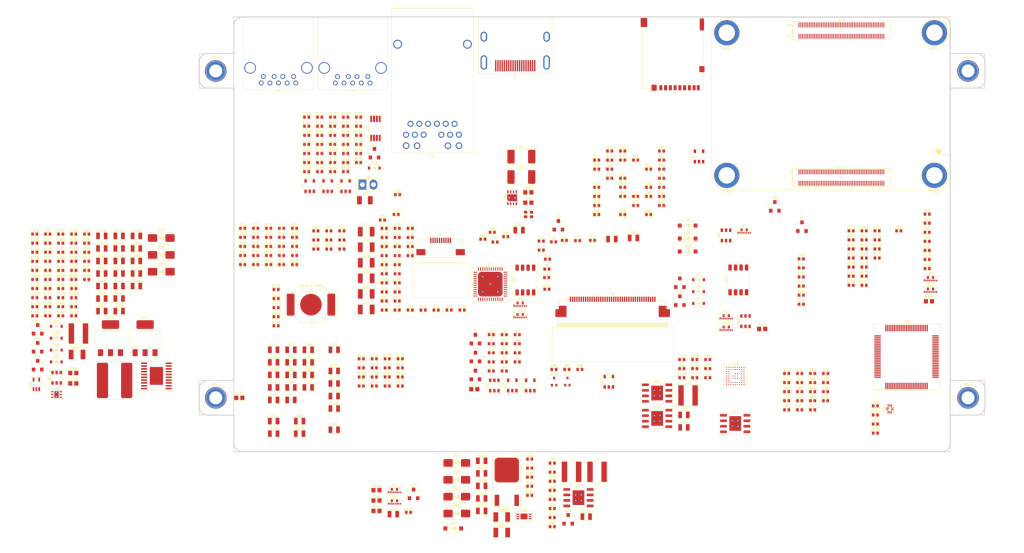
<source format=kicad_pcb>
(kicad_pcb (version 20241229) (generator "pcbnew") (generator_version "9.0")
  (title_block (title "RPI CMx Carrier") (date "2025-12-22") (rev "2.00-0A") (comment 1 "Jean-Francois Bilodeau") (comment 2 "P.Eng #6022173") (comment 3 "203-1690 rue des quatre-saisons") (comment 4 "Sherbrooke, Canada, J1E0N2") (comment 5 "KiCad Rev 9.0") (comment 6 "TBD") (comment 7 "TBD") (comment 8 "WIP"))
  (layers (0 "F.Cu" signal) (2 "B.Cu" signal) (13 "F.Paste" user) (15 "B.Paste" user) (5 "F.SilkS" user "F.Silkscreen") (7 "B.SilkS" user "B.Silkscreen") (1 "F.Mask" user) (3 "B.Mask" user) (25 "Edge.Cuts" user))
  (net 0 "")
  (net 1 "GND")
  (net 2 "Net-(U1-V4IN)")
  (net 3 "1V8_CB")
  (net 4 "3V3_CB")
  (net 5 "Net-(U4-EN)")
  (net 6 "/SD_CARD/SD_VDD")
  (net 7 "/USB_3/U3TX1_P")
  (net 8 "Net-(C11-Pad2)")
  (net 9 "Net-(C12-Pad2)")
  (net 10 "/USB_3/U3TX2_P")
  (net 11 "Net-(C13-Pad2)")
  (net 12 "/USB_3/U3TX1_N")
  (net 13 "/USB_3/U3TX2_N")
  (net 14 "Net-(C14-Pad2)")
  (net 15 "/USB_3/USB3_0.USB_VBUS")
  (net 16 "/USB_3/USB3_1.USB_VBUS")
  (net 17 "Net-(U7-XT1)")
  (net 18 "Net-(U7-XT2)")
  (net 19 "1V05_CB")
  (net 20 "/USB_3/USB_HUB.RX_P")
  (net 21 "/USB_3/PETX_P")
  (net 22 "/USB_3/USB_HUB.RX_N")
  (net 23 "/USB_3/PETX_N")
  (net 24 "Net-(U10-FB)")
  (net 25 "Net-(U11-FB)")
  (net 26 "12V0_CB")
  (net 27 "Net-(U13-CONT)")
  (net 28 "Net-(U13-DISCH)")
  (net 29 "Net-(U10-SS)")
  (net 30 "Net-(U11-SS)")
  (net 31 "Net-(U9-SS)")
  (net 32 "Net-(U9-FB)")
  (net 33 "Net-(Q8-D)")
  (net 34 "Net-(Q8-G)")
  (net 35 "Net-(U15-VCORE)")
  (net 36 "/DSI - LVDS bridge/SN65DSI_EN")
  (net 37 "/HDMI/5V_HDMI0")
  (net 38 "Net-(J5-TRCT1)")
  (net 39 "Net-(J5-TRCT2)")
  (net 40 "Net-(J5-TRCT3)")
  (net 41 "Net-(J5-TRCT4)")
  (net 42 "Net-(D1-A)")
  (net 43 "/SD_CARD/SDIO_D3")
  (net 44 "/SD_CARD/SDIO_D1")
  (net 45 "/SD_CARD/SDIO_CMD")
  (net 46 "/SD_CARD/SDIO_CLK")
  (net 47 "/SD_CARD/SDIO_D2")
  (net 48 "/SD_CARD/SDIO_D0")
  (net 52 "/USB_3/USB3_0.USB_P")
  (net 53 "/USB_3/USB3_0.U3RXD_P")
  (net 54 "/USB_3/USB3_0.U3TXD_P")
  (net 56 "/USB_3/USB3_0.U3TXD_N")
  (net 57 "/USB_3/USB3_0.U3RXD_N")
  (net 58 "/USB_3/USB3_0.USB_N")
  (net 59 "/USB_3/USB3_1.USB_P")
  (net 60 "/USB_3/USB3_1.U3RXD_P")
  (net 61 "/USB_3/USB3_1.U3RXD_N")
  (net 63 "/USB_3/USB3_1.USB_N")
  (net 64 "/USB_3/USB3_1.U3TXD_P")
  (net 65 "/USB_3/USB3_1.U3TXD_N")
  (net 67 "/USB_MUX/USB.OTG_ID")
  (net 68 "/Power Supply/RUN_PG")
  (net 69 "Net-(D6-A)")
  (net 70 "Net-(D7-K)")
  (net 71 "/HDMI/HDMI0.CLK_N")
  (net 72 "/HDMI/HDMI0.SCL")
  (net 73 "/HDMI/HDMI0.HPD")
  (net 74 "/HDMI/HDMI0.CEC")
  (net 76 "/HDMI/HDMI0.CLK_P")
  (net 77 "/HDMI/HDMI0.SDA")
  (net 79 "/Ethernet/ETH_P1_P")
  (net 81 "/Ethernet/ETH_P0_P")
  (net 82 "/Ethernet/ETH_P2_N")
  (net 84 "/Ethernet/ETH_P1_N")
  (net 85 "/Ethernet/ETH_P2_P")
  (net 86 "/Ethernet/ETH_P0_N")
  (net 87 "Net-(Q12-G)")
  (net 90 "/Ethernet/ETH_P3_N")
  (net 91 "Net-(U21-X1)")
  (net 92 "Net-(U21-X2)")
  (net 94 "/Ethernet/ETH_P3_P")
  (net 95 "/HDMI/HDMI0.D2_P")
  (net 96 "/HDMI/HDMI0.D0_N")
  (net 98 "/HDMI/HDMI0.D1_P")
  (net 99 "/HDMI/HDMI0.D1_N")
  (net 101 "/HDMI/HDMI0.D2_N")
  (net 102 "/HDMI/HDMI0.D0_P")
  (net 103 "Net-(U8-OUT1)")
  (net 104 "Net-(U8-OUT2)")
  (net 105 "/SD_CARD/SD_CARD_DETECT")
  (net 106 "CGND")
  (net 108 "Net-(J5-LED_GA_OK)")
  (net 109 "Net-(J5-LED_Y_A)")
  (net 110 "Net-(C114-Pad2)")
  (net 111 "Net-(Q1-S)")
  (net 112 "/RESET_SUPERVISOR/PWG")
  (net 114 "/RESET_SUPERVISOR/EXT_~{RST}")
  (net 115 "Net-(Q3-D)")
  (net 116 "Net-(Q4-D)")
  (net 117 "/SD_CARD/SD_PWR_ON")
  (net 118 "Net-(Q4-S)")
  (net 119 "Net-(Q6-D)")
  (net 120 "Net-(Q7-D)")
  (net 121 "Net-(D19-K)")
  (net 122 "Net-(U21-MFP)")
  (net 123 "Net-(Q10-S)")
  (net 124 "Net-(U20-A)")
  (net 125 "Net-(Q11-S)")
  (net 126 "Net-(U2-Y)")
  (net 127 "/RESET_SUPERVISOR/SYS_~{RST}")
  (net 128 "Net-(U3-Y)")
  (net 129 "/USB_3/U3RX2_P")
  (net 130 "/USB_3/U2D1_P")
  (net 131 "/USB_3/U2D1_N")
  (net 132 "/USB_3/U3RX1_P")
  (net 133 "/USB_3/U3RX1_N")
  (net 134 "Net-(U7-~{OCI1})")
  (net 135 "Net-(U8-FLG1)")
  (net 136 "Net-(U8-EN1)")
  (net 137 "Net-(U7-PPON1)")
  (net 138 "Net-(U7-~{OCI2})")
  (net 139 "Net-(U8-FLG2)")
  (net 140 "Net-(U8-EN2)")
  (net 141 "Net-(U7-PPON2)")
  (net 142 "/USB_3/U2D2_P")
  (net 143 "/USB_3/U2D2_N")
  (net 144 "/USB_3/U3RX2_N")
  (net 145 "/USB_3/CM5_USB3_1.U3RXD_N")
  (net 146 "/USB_3/CM5_USB3_1.U3RXD_P")
  (net 147 "/USB_3/CM5_USB3_1.USB_N")
  (net 148 "/USB_3/CM5_USB3_1.USB_P")
  (net 149 "/USB_3/CM5_USB3_1.U3TXD_N")
  (net 150 "/USB_3/CM5_USB3_1.U3TXD_P")
  (net 151 "/USB_3/CM5_USB3_0.U3RXD_N")
  (net 152 "/USB_3/CM5_USB3_0.U3RXD_P")
  (net 153 "/USB_3/CM5_USB3_0.USB_N")
  (net 154 "/USB_3/CM5_USB3_0.USB_P")
  (net 155 "/USB_3/CM5_USB3_0.U3TXD_N")
  (net 156 "/USB_3/CM5_USB3_0.U3TXD_P")
  (net 157 "/USB_3/CM5_USB3_VBUS_EN")
  (net 158 "Net-(U7-RREF)")
  (net 159 "Net-(U7-~{SMI})")
  (net 160 "Net-(U6-~{HOLD})")
  (net 161 "Net-(U6-SCK)")
  (net 162 "Net-(U6-~{CE})")
  (net 163 "Net-(U6-SO)")
  (net 164 "Net-(U6-SI)")
  (net 165 "Net-(U7-~{PECREQ})")
  (net 166 "/USB_3/USB_HUB.~{REQ}")
  (net 167 "/USB_3/USB_HUB.~{WAKE}")
  (net 168 "Net-(U14-Y)")
  (net 169 "Net-(D18-A)")
  (net 170 "Net-(U12-FB)")
  (net 171 "Net-(U13-~{RESET})")
  (net 172 "/Power Supply/POWER_KILL")
  (net 173 "Net-(U16-Y)")
  (net 174 "Net-(U15-ADDR)")
  (net 175 "Net-(U15-REFCLK)")
  (net 176 "Net-(U15-IRQ)")
  (net 179 "/DSI - LVDS bridge/SYS_~{RST}")
  (net 180 "/HDMI/SYS_~{RST}")
  (net 181 "/USB_3/USB_HUB_~{RST}")
  (net 182 "/CM4_CM5_CONN_A/RTCC")
  (net 183 "/CM4_CM5_CONN_A/CM4_~{CM5}_BUILD")
  (net 184 "/CM4_CM5_CONN_A/PI_LED_~{ACT}")
  (net 185 "/CM4_CM5_CONN_A/GPIO21")
  (net 186 "/CM4_CM5_CONN_A/I2S_DOUT")
  (net 187 "/CM4_CM5_CONN_A/I2S_DIN")
  (net 189 "/CM4_CM5_CONN_A/GPIO16")
  (net 190 "/CM4_CM5_CONN_A/GPIO12")
  (net 191 "/CM4_CM5_CONN_A/PWM_0")
  (net 192 "/CM4_CM5_CONN_A/CMx_~{INT}")
  (net 193 "/CM4_CM5_CONN_A/SPI2.SPI_~{CS}")
  (net 194 "/CM4_CM5_CONN_A/GPIO8")
  (net 195 "/CM4_CM5_CONN_A/GPIO25")
  (net 196 "/CM4_CM5_CONN_A/CM5_USB3_1_~{OC}")
  (net 197 "/CM4_CM5_CONN_A/GPIO24")
  (net 198 "/CM4_CM5_CONN_A/CM5_USB3_0_~{OC}")
  (net 199 "/CM4_CM5_CONN_A/GPIO23")
  (net 200 "/CM4_CM5_CONN_A/GPIO18")
  (net 201 "/CM4_CM5_CONN_A/I2S_SCLK")
  (net 202 "/CM4_CM5_CONN_A/GPIO14")
  (net 203 "/CM4_CM5_CONN_A/TXD0")
  (net 204 "/USB_3/CM5_USB3_0_~{OC}")
  (net 205 "/USB_3/CM5_USB3_1_~{OC}")
  (net 206 "/CM4_CM5_CONN_B/USB_HUB.~{RST}")
  (net 207 "/CM4_CM5_CONN_B/PCIe_~{RST}")
  (net 208 "/CM4_CM5_CONN_B/PCIe_CLK_~{REQ}")
  (net 209 "/CM4_CM5_CONN_B/USB_HUB.CLK_~{REQ}")
  (net 210 "/CM4_CM5_CONN_B/PCIe_~{WAKE}")
  (net 215 "/CM4_CM5_CONN_B/USB_HUB.~{WAKE}")
  (net 216 "/CM4_CM5_CONN_B/PCIe_CLK_P")
  (net 217 "/CM4_CM5_CONN_B/USB_HUB.CLK_P")
  (net 218 "/CM4_CM5_CONN_B/PCIe_CLK_N")
  (net 221 "/CM4_CM5_CONN_B/USB_HUB.CLK_N")
  (net 222 "/CM4_CM5_CONN_B/PCIe_RX_P")
  (net 223 "/CM4_CM5_CONN_B/USB_HUB.RX_P")
  (net 224 "/CM4_CM5_CONN_B/PCIe_RX_N")
  (net 225 "/CM4_CM5_CONN_B/USB_HUB.RX_N")
  (net 227 "/CM4_CM5_CONN_B/USB_HUB.TX_P")
  (net 228 "/CM4_CM5_CONN_B/PCIe_TX_P")
  (net 230 "/CM4_CM5_CONN_B/PCIe_TX_N")
  (net 231 "/CM4_CM5_CONN_B/USB_HUB.TX_N")
  (net 233 "/CM4_CM5_CONN_B/M2.~{RST}")
  (net 234 "/CM4_CM5_CONN_B/M2.CLK_~{REQ}")
  (net 235 "/CM4_CM5_CONN_B/M2.~{WAKE}")
  (net 236 "/CM4_CM5_CONN_B/M2.CLK_P")
  (net 237 "/CM4_CM5_CONN_B/M2.CLK_N")
  (net 238 "/CM4_CM5_CONN_B/M2.RX_P")
  (net 239 "/CM4_CM5_CONN_B/M2.RX_N")
  (net 240 "/CM4_CM5_CONN_B/M2.TX_P")
  (net 241 "/CM4_CM5_CONN_B/M2.TX_N")
  (net 242 "/USB_3/USB_HUB.CLK_N")
  (net 243 "/USB_3/USB_HUB.TX_P")
  (net 244 "/USB_3/USB_HUB.~{RST}")
  (net 245 "/USB_3/USB_HUB.CLK_P")
  (net 248 "/USB_3/USB_HUB.TX_N")
  (net 253 "/DSI - LVDS bridge/LVDS_B.CLK_P")
  (net 254 "/DSI - LVDS bridge/DSI1.D1_P")
  (net 255 "/DSI - LVDS bridge/LVDS_A.D0_P")
  (net 257 "/DSI - LVDS bridge/LVDS_B.D3_P")
  (net 258 "/DSI - LVDS bridge/LVDS_B.D1_N")
  (net 259 "/DSI - LVDS bridge/LVDS_B.D3_N")
  (net 260 "/DSI - LVDS bridge/LVDS_A.D3_N")
  (net 261 "/DSI - LVDS bridge/LVDS_B.D0_P")
  (net 263 "/DSI - LVDS bridge/DSI1.D2_N")
  (net 264 "/DSI - LVDS bridge/DSI1.D0_N")
  (net 265 "/DSI - LVDS bridge/LVDS_A.CLK_N")
  (net 266 "/DSI - LVDS bridge/LVDS_B.D2_P")
  (net 267 "/DSI - LVDS bridge/LVDS_B.D1_P")
  (net 268 "/DSI - LVDS bridge/LVDS_A.D1_N")
  (net 269 "/DSI - LVDS bridge/LVDS_A.CLK_P")
  (net 270 "/DSI - LVDS bridge/DSI1.D0_P")
  (net 271 "/DSI - LVDS bridge/DSI1.D1_N")
  (net 272 "/DSI - LVDS bridge/LVDS_A.D2_P")
  (net 273 "/DSI - LVDS bridge/DSI1.CLK_N")
  (net 274 "/DSI - LVDS bridge/LVDS_A.D0_N")
  (net 275 "/DSI - LVDS bridge/LVDS_A.D3_P")
  (net 276 "/DSI - LVDS bridge/LVDS_A.D2_N")
  (net 277 "/DSI - LVDS bridge/DSI1.D3_P")
  (net 278 "/DSI - LVDS bridge/DSI1.D3_N")
  (net 279 "/DSI - LVDS bridge/LVDS_B.D2_N")
  (net 280 "/DSI - LVDS bridge/LVDS_B.D0_N")
  (net 281 "/DSI - LVDS bridge/LVDS_B.CLK_N")
  (net 282 "/DSI - LVDS bridge/LVDS_A.D1_P")
  (net 283 "/DSI - LVDS bridge/DSI1.D2_P")
  (net 284 "/DSI - LVDS bridge/DSI1.CLK_P")
  (net 285 "/CM4_CM5_CONN_B/HDMI0.D2_N")
  (net 286 "/CM4_CM5_CONN_B/DSI1.D1_N")
  (net 287 "/CM4_CM5_CONN_B/USB.OTG_ID")
  (net 288 "/CM4_CM5_CONN_B/CM5_USB3_1.USB_P")
  (net 289 "/CM4_CM5_CONN_B/HDMI0.D0_P")
  (net 290 "/CM4_CM5_CONN_B/CM5_USB3_0.U3RXD_N")
  (net 291 "/CM4_CM5_CONN_B/CM5_USB3_0.U3RXD_P")
  (net 292 "/CM4_CM5_CONN_B/CM5_USB3_0.USB_P")
  (net 293 "/CM4_CM5_CONN_B/DSI1.D0_N")
  (net 294 "/CM4_CM5_CONN_B/HDMI0.D2_P")
  (net 295 "/CM4_CM5_CONN_B/DSI1.D0_P")
  (net 297 "/CM4_CM5_CONN_B/CSI1.D2_N")
  (net 298 "/CM4_CM5_CONN_B/DSI1.D2_N")
  (net 299 "/CM4_CM5_CONN_B/CSI1.CLK_P")
  (net 300 "/CM4_CM5_CONN_B/CSI1.D3_N")
  (net 301 "/CM4_CM5_CONN_B/CM5_USB3_1.U3TXD_P")
  (net 302 "/CM4_CM5_CONN_B/HDMI0.CEC")
  (net 303 "/CM4_CM5_CONN_B/CM5_USB3_0.U3TXD_N")
  (net 304 "/CM4_CM5_CONN_B/HDMI0.HPD")
  (net 305 "/CM4_CM5_CONN_B/DSI1.D1_P")
  (net 307 "/CM4_CM5_CONN_B/DSI1.D2_P")
  (net 308 "/CM4_CM5_CONN_B/CM5_USB3_0.U3TXD_P")
  (net 310 "/CM4_CM5_CONN_B/CSI1.D3_P")
  (net 311 "/CM4_CM5_CONN_B/CSI1.D0_P")
  (net 312 "/CM4_CM5_CONN_B/HDMI0.D1_P")
  (net 313 "/CM4_CM5_CONN_B/CSI1.D1_P")
  (net 314 "/CM4_CM5_CONN_B/HDMI0.CLK_P")
  (net 315 "/CM4_CM5_CONN_B/USB.USB_N")
  (net 316 "/CM4_CM5_CONN_B/HDMI0.CLK_N")
  (net 317 "/CM4_CM5_CONN_B/CSI1.CLK_N")
  (net 318 "/CM4_CM5_CONN_B/DSI1.D3_P")
  (net 319 "/CM4_CM5_CONN_B/USB.USB_P")
  (net 321 "/CM4_CM5_CONN_B/HDMI0.D1_N")
  (net 322 "/CM4_CM5_CONN_B/CSI1.D2_P")
  (net 323 "/CM4_CM5_CONN_B/DSI1.D3_N")
  (net 325 "/CM4_CM5_CONN_B/CM5_USB3_1.U3RXD_P")
  (net 326 "/CM4_CM5_CONN_B/DSI1.CLK_N")
  (net 327 "/CM4_CM5_CONN_B/DSI1.CLK_P")
  (net 328 "/CM4_CM5_CONN_B/HDMI0.D0_N")
  (net 331 "/CM4_CM5_CONN_B/CSI1.D0_N")
  (net 332 "/CM4_CM5_CONN_B/CM5_USB3_0.USB_N")
  (net 334 "/CM4_CM5_CONN_B/CM5_USB3_VBUS_EN")
  (net 335 "/CM4_CM5_CONN_B/CSI1.D1_N")
  (net 336 "/CM4_CM5_CONN_B/CM5_USB3_1.U3TXD_N")
  (net 337 "/CM4_CM5_CONN_B/CM5_USB3_1.U3RXD_N")
  (net 338 "/CM4_CM5_CONN_B/CM5_USB3_1.USB_N")
  (net 339 "/CM4_CM5_CONN_B/HDMI0.SDA")
  (net 340 "/CM4_CM5_CONN_B/HDMI0.SCL")
  (net 345 "/CM4_CM5_CONN_A/RXD0")
  (net 346 "/Ethernet/ETH_~{LED2}")
  (net 348 "/Ethernet/ETH_~{LED3}")
  (net 349 "/Ethernet/ETH_~{LED1}")
  (net 350 "Net-(D16-K)")
  (net 351 "Net-(HOLE1-Pad1)")
  (net 353 "Net-(J19-~{EEPROM_WP})")
  (net 354 "Net-(J19-~{PI_LED_ACT})")
  (net 355 "/CM4_CM5_CONN_A/I2C3.I2C_SCL")
  (net 358 "Net-(J19-~{RPIBOOT})")
  (net 359 "/CM4_CM5_CONN_A/SPI2.SPI_MISO")
  (net 360 "/CM4_CM5_CONN_A/GPIO10")
  (net 361 "/CM4_CM5_CONN_A/GPIO6")
  (net 362 "/CM4_CM5_CONN_A/WDOG_IN")
  (net 364 "/CM4_CM5_CONN_A/SDIO_CLK")
  (net 365 "/CM4_CM5_CONN_A/I2C3.I2C_SDA")
  (net 367 "Net-(J19-GLOBAL_EN{slash}PMIC_EN)")
  (net 368 "/CM4_CM5_CONN_A/ETH_P3_N")
  (net 369 "/CM4_CM5_CONN_A/I2C0.I2C_SCL")
  (net 370 "/CM4_CM5_CONN_A/ETH_~{LED3}")
  (net 371 "/CM4_CM5_CONN_A/GPIO19")
  (net 374 "/CM4_CM5_CONN_A/ETH_~{LED2}")
  (net 375 "/CM4_CM5_CONN_A/SDIO_D0")
  (net 377 "/CM4_CM5_CONN_A/SDIO_D1")
  (net 379 "/CM4_CM5_CONN_A/GPIO26")
  (net 380 "/CM4_CM5_CONN_A/SDIO_D2")
  (net 381 "/CM4_CM5_CONN_A/ETH_P2_P")
  (net 383 "/CM4_CM5_CONN_A/ETH_~{LED1}")
  (net 384 "/CM4_CM5_CONN_A/ETH_P3_P")
  (net 385 "/CM4_CM5_CONN_A/ETH_P2_N")
  (net 386 "/CM4_CM5_CONN_A/ETH_P1_P")
  (net 387 "/CM4_CM5_CONN_A/GPIO27")
  (net 389 "/CM4_CM5_CONN_A/GPIO17")
  (net 390 "/CM4_CM5_CONN_A/GPIO11")
  (net 391 "Net-(J19-SD_PWR_ON)")
  (net 392 "/CM4_CM5_CONN_A/I2C0.I2C_SDA")
  (net 393 "Net-(J19-~{PI_LED_PWR})")
  (net 394 "Net-(J19-CAM_GPIO{slash}GPIO34)")
  (net 396 "Net-(J19-RUN_PG{slash}PWR_BTN)")
  (net 397 "/CM4_CM5_CONN_A/ETH_P0_N")
  (net 399 "/CM4_CM5_CONN_A/ETH_P0_P")
  (net 400 "Net-(J19-~{EXTRST}{slash}GPIO35)")
  (net 401 "/CM4_CM5_CONN_A/SDIO_D3")
  (net 402 "/CM4_CM5_CONN_A/GPIO_VREF")
  (net 403 "/CM4_CM5_CONN_A/SDIO_CMD")
  (net 404 "/DSI - LVDS bridge/I2C3.I2C_SDA")
  (net 405 "/DSI - LVDS bridge/I2C3.I2C_SCL")
  (net 406 "Net-(HOLE2-Pad1)")
  (net 409 "/CM4_CM5_CONN_A/RPI_LED_~{PWR}")
  (net 410 "/CM4_CM5_CONN_A/CAM_GPIO")
  (net 411 "/CM4_CM5_CONN_A/SD_PWR_ON")
  (net 412 "/CM4_CM5_CONN_A/USB_OTG")
  (net 414 "/CM4_CM5_CONN_A/I2S_COFS")
  (net 415 "/CM4_CM5_CONN_A/dsPIC_~{INT}")
  (net 416 "/CM4_CM5_CONN_A/SPI2.SPI_CLK")
  (net 417 "/CM4_CM5_CONN_A/SPI2.SPI_MOSI")
  (net 419 "/CM4_CM5_CONN_A/WDOG_OUT")
  (net 420 "Net-(U5-Y)")
  (net 421 "/CM4_CM5_CONN_A/RUN_PG")
  (net 422 "Net-(U19-A)")
  (net 423 "/CM4_CM5_CONN_A/EXT_~{RST}")
  (net 424 "Net-(U19-Y)")
  (net 425 "Net-(U21-VBAT)")
  (net 427 "Net-(HOLE3-Pad1)")
  (net 428 "Net-(HOLE4-Pad1)")
  (net 429 "3V3_CMx")
  (net 430 "1V8_CMx")
  (net 431 "Net-(U9-VBST)")
  (net 432 "Net-(U9-SW)")
  (net 433 "Net-(Q16-B)")
  (net 434 "/TFT_POWER/3V3_TFT_FB")
  (net 435 "/TFT_CONN/TFT_VDD")
  (net 436 "/TFT_POWER/TFT_~{RST}")
  (net 437 "Net-(C135-Pad2)")
  (net 438 "Net-(U24-COMPV)")
  (net 439 "Net-(U24-COMPI)")
  (net 440 "/TFT_POWER/VCP")
  (net 441 "/TFT_POWER/VCN")
  (net 442 "/TFT_POWER/LXP")
  (net 443 "Net-(D25-K)")
  (net 444 "Net-(D24-A)")
  (net 445 "/TFT_POWER/TFT_9V6")
  (net 446 "/TFT_POWER/FBP")
  (net 447 "/TFT_CONN/TFT_VGH")
  (net 448 "Net-(U24-FBGH)")
  (net 449 "Net-(U24-FBGL)")
  (net 450 "/TFT_CONN/TFT_VGL")
  (net 451 "Net-(U24-REF)")
  (net 452 "Net-(U25-FB)")
  (net 453 "/TFT_CONN/TFT_VCOM")
  (net 454 "Net-(D30-K)")
  (net 455 "Net-(U9-VREG)")
  (net 456 "/Power Supply/PWR_LOG_EN")
  (net 457 "Net-(D11-A)")
  (net 458 "Net-(D11-K)")
  (net 459 "Net-(D17-K)")
  (net 466 "/TFT_CONN/USB_HOST.USB_N")
  (net 467 "/TFT_CONN/USB_HOST.USB_P")
  (net 468 "Net-(D28-K)")
  (net 469 "Net-(D30-A)")
  (net 471 "/TFT_CONN/TFT_LED+")
  (net 473 "/TFT_CONN/TFT_LED-")
  (net 484 "Net-(Q13-G)")
  (net 485 "Net-(Q9-G)")
  (net 486 "Net-(Q13-D)")
  (net 487 "Net-(Q14-D)")
  (net 488 "/TFT_POWER/SYS_~{RST}")
  (net 489 "/TFT_POWER/MAX16928_~{RESET}")
  (net 490 "Net-(Q17-G)")
  (net 491 "Net-(Q18-B)")
  (net 492 "/USB_MUX/USB_OTG.OTG_ID")
  (net 493 "Net-(U23-~{SHDN})")
  (net 494 "Net-(U23-IN)")
  (net 495 "Net-(U24-SEQ)")
  (net 496 "Net-(U24-PGD)")
  (net 497 "/TFT_POWER/BL_PWM")
  (net 498 "/USB_MUX/USB.USB_P")
  (net 499 "/USB_MUX/USB.USB_N")
  (net 500 "/USB_MUX/USB_HOST.USB_P")
  (net 501 "/USB_MUX/USB_OTG.USB_N")
  (net 502 "/USB_MUX/USB_OTG.USB_P")
  (net 503 "/USB_MUX/USB_HOST.USB_N")
  (net 606 "Net-(U10-VREG)")
  (net 607 "Net-(U11-VREG)")
  (net 608 "Net-(U10-VBST)")
  (net 609 "Net-(U10-SW)")
  (net 610 "Net-(U11-SW)")
  (net 611 "Net-(U11-VBST)")
  (footprint "footprint:SOIC-8-150mil" (layer "F.Cu") (at 134.796803 99.4815)
    (property "Reference" "U6")
    (property "Value" "SST25VF512A")
  )
  (footprint "footprint:CAP_NONPOL_0402" (layer "F.Cu") (at 227.685 88.435)
    (property "Reference" "C97")
    (property "Value" "0.1u")
  )
  (footprint "footprint:RES_0402" (layer "F.Cu") (at 30.39 95.16)
    (property "Reference" "R196")
    (property "Value" "10K")
  )
  (footprint "footprint:RES_0402" (layer "F.Cu") (at 215.708579 134.9)
    (property "Reference" "R178")
    (property "Value" "10K")
  )
  (footprint "footprint:CAP_NONPOL_0402" (layer "F.Cu") (at 141.015 146.05)
    (property "Reference" "C123")
    (property "Value" "0.1u")
  )
  (footprint "footprint:RES_0402" (layer "F.Cu") (at 132.925 112.125)
    (property "Reference" "R5")
    (property "Value" "10K")
  )
  (footprint "footprint:RES_1206" (layer "F.Cu") (at 31.18 116.71)
    (property "Reference" "R211")
    (property "Value" "0R")
  )
  (footprint "footprint:RES_0402" (layer "F.Cu") (at 81.445 95.91)
    (property "Reference" "R127")
    (property "Value" "0R")
  )
  (footprint "footprint:CAP_NONPOL_0402" (layer "F.Cu") (at 21.39 101.46)
    (property "Reference" "C136")
    (property "Value" "22p")
  )
  (footprint "footprint:CAP_NONPOL_0805" (layer "F.Cu") (at 76.605 132.115)
    (property "Reference" "C31")
    (property "Value" "22u")
  )
  (footprint "footprint:DO-214AC" (layer "F.Cu") (at 50.635 93.66)
    (property "Reference" "D29")
    (property "Value" "SK34A-LTP")
  )
  (footprint "footprint:SOT-23-3" (layer "F.Cu") (at 22.065 110.885)
    (property "Reference" "Q14")
    (property "Value" "2N7002")
  )
  (footprint "footprint:CAP_NONPOL_0402" (layer "F.Cu") (at 227.685 86.335)
    (property "Reference" "C96")
    (property "Value" "0.1u")
  )
  (footprint "footprint:RES_0402" (layer "F.Cu") (at 129.925 118.425)
    (property "Reference" "R3")
    (property "Value" "10K")
  )
  (footprint "footprint:MTG_hole_cir_5mm_pad_3mm_drill" (layer "F.Cu") (at 237.12 126.73)
    (property "Reference" "HOLE3")
    (property "Value" "MTG_hole_cir_5mm_pad_3mm_drill")
  )
  (footprint "footprint:RES_0402" (layer "F.Cu") (at 210.105 92.295)
    (property "Reference" "R161")
    (property "Value" "0R")
  )
  (footprint "footprint:UDFN8" (layer "F.Cu") (at 104.53 150.865)
    (property "Reference" "D22")
    (property "Value" "ESD7016MUTAG")
  )
  (footprint "footprint:CAP_NONPOL_0805" (layer "F.Cu") (at 44.89 95.06)
    (property "Reference" "C163")
    (property "Value" "22u")
  )
  (footprint "footprint:CAP_NONPOL_0402" (layer "F.Cu") (at 143.82 90.31)
    (property "Reference" "C7")
    (property "Value" "0.1u")
  )
  (footprint "footprint:CAP_NONPOL_0805" (layer "F.Cu") (at 80.605 127.215)
    (property "Reference" "C57")
    (property "Value" "22u")
  )
  (footprint "footprint:CAP_NONPOL_0402" (layer "F.Cu") (at 129.925 112.125)
    (property "Reference" "C6")
    (property "Value" "0.1u")
  )
  (footprint "footprint:RES_0402" (layer "F.Cu") (at 216.105 92.295)
    (property "Reference" "R175")
    (property "Value" "0R")
  )
  (footprint "footprint:CAP_NONPOL_0402" (layer "F.Cu") (at 170.95 122.075)
    (property "Reference" "C168")
    (property "Value" "0.1u")
  )
  (footprint "footprint:SOT-23-6" (layer "F.Cu") (at 26.44 122.09)
    (property "Reference" "U27")
    (property "Value" "AP22913W6-7")
  )
  (footprint "footprint:CAP_NONPOL_1206" (layer "F.Cu") (at 98.025 88.285)
    (property "Reference" "C17")
    (property "Value" "47u")
  )
  (footprint "footprint:RES_0402" (layer "F.Cu") (at 198.195 129.51)
    (property "Reference" "R91")
    (property "Value" "10K")
  )
  (footprint "footprint:CAP_NONPOL_0805" (layer "F.Cu") (at 76.605 124.315)
    (property "Reference" "C46")
    (property "Value" "22u")
  )
  (footprint "footprint:RES_0402" (layer "F.Cu") (at 90.24 61.805)
    (property "Reference" "R139")
    (property "Value" "22R")
  )
  (footprint "footprint:RES_0402" (layer "F.Cu") (at 129.925 116.325)
    (property "Reference" "R2")
    (property "Value" "10K")
  )
  (footprint "footprint:RES_0402" (layer "F.Cu") (at 127.15 88.44)
    (property "Reference" "R46")
    (property "Value" "10K")
  )
  (footprint "footprint:CAP_NONPOL_0402" (layer "F.Cu") (at 21.39 103.56)
    (property "Reference" "C137")
    (property "Value" "560p")
  )
  (footprint "footprint:CAP_NONPOL_0402" (layer "F.Cu") (at 135.795 140.9)
    (property "Reference" "C122")
    (property "Value" "0.1u")
  )
  (footprint "footprint:RES_0402" (layer "F.Cu") (at 27.39 95.16)
    (property "Reference" "R186")
    (property "Value" "10K")
  )
  (footprint "footprint:CAP_NONPOL_0805" (layer "F.Cu") (at 80.605 124.315)
    (property "Reference" "C56")
    (property "Value" "22u")
  )
  (footprint "footprint:62684-402100ALF" (layer "F.Cu") (at 154.97 106.7475)
    (property "Reference" "J8")
    (property "Value" "62684-402100ALF" (hide yes))
  )
  (footprint "footprint:RES_0402" (layer "F.Cu") (at 138.47 90.46)
    (property "Reference" "R14")
    (property "Value" "1Meg")
  )
  (footprint "footprint:RES_0402" (layer "F.Cu") (at 105.875 117.705)
    (property "Reference" "R123")
    (property "Value" "22R")
  )
  (footprint "footprint:CAP_NONPOL_0402" (layer "F.Cu") (at 21.39 95.16)
    (property "Reference" "C133")
    (property "Value" "0.1u")
  )
  (footprint "footprint:CAP_NONPOL_0402" (layer "F.Cu") (at 84.24 72.305)
    (property "Reference" "C105")
    (property "Value" "10p")
  )
  (footprint "footprint:9774030151R" (layer "F.Cu") (at 229.35 42.27 180)
    (property "Reference" "MTG1")
    (property "Value" "9774030151R")
  )
  (footprint "footprint:SOT-23-3" (layer "F.Cu") (at 198.73 87.14)
    (property "Reference" "Q4")
    (property "Value" "2N7002")
  )
  (footprint "footprint:SOD-323" (layer "F.Cu") (at 174.83 99.41)
    (property "Reference" "D5")
    (property "Value" "BAT42WS-TP")
  )
  (footprint "footprint:RES_0402" (layer "F.Cu") (at 78.445 91.71)
    (property "Reference" "R49")
    (property "Value" "10K")
  )
  (footprint "footprint:RES_0603" (layer "F.Cu") (at 68.67 126.735)
    (property "Reference" "R132")
    (property "Value" "0R")
  )
  (footprint "footprint:UDFN8" (layer "F.Cu") (at 228.435 101.86)
    (property "Reference" "D14")
    (property "Value" "ESD7016MUTAG")
  )
  (footprint "footprint:CAP_NONPOL_0805" (layer "F.Cu") (at 36.89 92.16)
    (property "Reference" "C127")
    (property "Value" "22u")
  )
  (footprint "footprint:CAP_NONPOL_0402" (layer "F.Cu") (at 107.78 153.24)
    (property "Reference" "C125")
    (property "Value" "0.1u")
  )
  (footprint "footprint:CAP_NONPOL_0402" (layer "F.Cu") (at 198.195 123.21)
    (property "Reference" "C87")
    (property "Value" "0.1u")
  )
  (footprint "footprint:CAP_NONPOL_0402" (layer "F.Cu") (at 195.195 125.31)
    (property "Reference" "C82")
    (property "Value" "0.1u")
  )
  (footprint "footprint:CAP_NONPOL_0402" (layer "F.Cu") (at 227.685 84.235)
    (property "Reference" "C95")
    (property "Value" "0.1u")
  )
  (footprint "footprint:CAP_NONPOL_0402" (layer "F.Cu") (at 195.195 129.51)
    (property "Reference" "C84")
    (property "Value" "0.1u")
  )
  (footprint "footprint:RES_0402" (layer "F.Cu") (at 210.105 96.495)
    (property "Reference" "R163")
    (property "Value" "0R")
  )
  (footprint "footprint:CAP_NONPOL_0402" (layer "F.Cu") (at 198.575 98.785)
    (property "Reference" "C92")
    (property "Value" "0.1u")
  )
  (footprint "footprint:CAP_NONPOL_0402" (layer "F.Cu") (at 24.39 97.26)
    (property "Reference" "C152")
    (property "Value" "100p")
  )
  (footprint "footprint:RES_0402" (layer "F.Cu") (at 166.285 75.935)
    (property "Reference" "R86")
    (property "Value" "100K")
  )
  (footprint "footprint:RES_0402" (layer "F.Cu") (at 69.445 95.91)
    (property "Reference" "R21")
    (property "Value" "0R")
  )
  (footprint "footprint:RES_1206" (layer "F.Cu") (at 129.345 154.3)
    (property "Reference" "R183")
    (property "Value" "0R")
  )
  (footprint "footprint:CAP_NONPOL_0402" (layer "F.Cu") (at 126.925 118.425)
    (property "Reference" "C4")
    (property "Value" "1n")
  )
  (footprint "footprint:RES_0603" (layer "F.Cu") (at 30.29 120.99)
    (property "Reference" "R209")
    (property "Value" "1R5")
  )
  (footprint "footprint:RES_0402" (layer "F.Cu") (at 198.575 105.085)
    (property "Reference" "R105")
    (property "Value" "10K")
  )
  (footprint "footprint:RES_0402" (layer "F.Cu") (at 30.39 93.06)
    (property "Reference" "R195")
    (property "Value" "10K")
  )
  (footprint "footprint:RES_0402" (layer "F.Cu") (at 81.445 87.51)
    (property "Reference" "R57")
    (property "Value" "10K")
  )
  (footprint "footprint:CAP_NONPOL_0805" (layer "F.Cu") (at 90.605 120.515)
    (property "Reference" "C76")
    (property "Value" "22u")
  )
  (footprint "footprint:RES_0402" (layer "F.Cu") (at 150.32 90.31)
    (property "Reference" "R12")
    (property "Value" "10K")
  )
  (footprint "footprint:RES_0402" (layer "F.Cu") (at 144.385 120.175)
    (property "Reference" "R92")
    (property "Value" "10K")
  )
  (footprint "footprint:RES_0402" (layer "F.Cu") (at 176.95 117.875)
    (property "Reference" "R69")
    (property "Value" "22K1")
  )
  (footprint "footprint:RES_0402" (layer "F.Cu") (at 227.685 96.835)
    (property "Reference" "R109")
    (property "Value" "0R")
  )
  (footprint "footprint:MTG_hole_cir_5mm_pad_3mm_drill" (layer "F.Cu") (at 237.12 51.11)
    (property "Reference" "HOLE4")
    (property "Value" "MTG_hole_cir_5mm_pad_3mm_drill")
  )
  (footprint "footprint:CAP_NONPOL_0402" (layer "F.Cu") (at 27.39 88.86)
    (property "Reference" "C161")
    (property "Value" "0.1u")
  )
  (footprint "footprint:RES_0402" (layer "F.Cu") (at 33.39 93.06)
    (property "Reference" "R205")
    (property "Value" "10K")
  )
  (footprint "footprint:DO-214AC" (layer "F.Cu") (at 118.95 153.5)
    (property "Reference" "D20")
    (property "Value" "SK34A-LTP")
  )
  (footprint "footprint:DM3AT-SF-PEJM5" (layer "F.Cu") (at 168.8 47.19 180)
    (property "Reference" "J1")
    (property "Value" "DM3AT-SF-PEJM5")
  )
  (footprint "footprint:RES_0402" (layer "F.Cu") (at 213.105 92.295)
    (property "Reference" "R168")
    (property "Value" "0R")
  )
  (footprint "footprint:CAP_NONPOL_0402" (layer "F.Cu") (at 227.685 90.535)
    (property "Reference" "C98")
    (property "Value" "0.1u")
  )
  (footprint "footprint:SOD-323" (layer "F.Cu") (at 174.83 104.9)
    (property "Reference" "D7")
    (property "Value" "BAT42WS-TP")
  )
  (footprint "footprint:CAP_NONPOL_0805" (layer "F.Cu") (at 154.795 90.005)
    (property "Reference" "C74")
    (property "Value" "1u")
  )
  (footprint "footprint:RES_0402" (layer "F.Cu") (at 127.8 90.71)
    (property "Reference" "R36")
    (property "Value" "0R")
  )
  (footprint "footprint:SOT-23-3" (layer "F.Cu") (at 170.51 100.11)
    (property "Reference" "Q7")
    (property "Value" "2N7002")
  )
  (footprint "footprint:LED_0603" (layer "F.Cu") (at 122.975 124.725)
    (property "Reference" "D1")
    (property "Value" "LTST-C190KGKT")
  )
  (footprint "footprint:RES_0402" (layer "F.Cu") (at 81.445 93.81)
    (property "Reference" "R110")
    (property "Value" "10K")
  )
  (footprint "footprint:CAP_NONPOL_0402" (layer "F.Cu") (at 105.175 89.635)
    (property "Reference" "C29")
    (property "Value" "0.1u")
  )
  (footprint "footprint:RES_0402" (layer "F.Cu") (at 108.175 93.835)
    (property "Reference" "R16")
    (property "Value" "0R")
  )
  (footprint "footprint:CAP_NONPOL_0805" (layer "F.Cu") (at 124.695 150)
    (property "Reference" "C120")
    (property "Value" "22u")
  )
  (footprint "footprint:HEADER_2P_2_54MM" (layer "F.Cu") (at 98.407 77.402)
    (property "Reference" "J6")
    (property "Value" "M20-9990245")
  )
  (footprint "footprint:RES_0402" (layer "F.Cu") (at 104.94 84.3)
    (property "Reference" "R23")
    (property "Value" "0R")
  )
  (footprint "footprint:CAP_NONPOL_0402" (layer "F.Cu") (at 77.18 107.97)
    (property "Reference" "C115")
    (property "Value" "0.1u")
  )
  (footprint "footprint:RES_0402" (layer "F.Cu") (at 96.24 66.005)
    (property "Reference" "R155")
    (property "Value" "22R")
  )
  (footprint "footprint:SOD-123" (layer "F.Cu") (at 172.305 86.885)
    (property "Reference" "D8")
    (property "Value" "MMSZ5231B")
  )
  (footprint "footprint:CAP_NONPOL_0402" (layer "F.Cu") (at 102.175 100.135)
    (property "Reference" "C24")
    (property "Value" "13p")
  )
  (footprint "footprint:RES_0402" (layer "F.Cu") (at 93.24 68.105)
    (property "Reference" "R149")
    (property "Value" "22R")
  )
  (footprint "footprint:CAP_NONPOL_0402" (layer "F.Cu") (at 105.175 87.535)
    (property "Reference" "C28")
    (property "Value" "0.1u")
  )
  (footprint "footprint:RES_0402" (layer "F.Cu") (at 30.39 103.56)
    (property "Reference" "R200")
    (property "Value" "169K")
  )
  (footprint "footprint:SLOT_TH_20_5mm" (layer "F.Cu") (at 155 114.3175)
    (property "Reference" "MTG**" (hide yes))
    (property "Value" "Untitled" (hide yes))
  )
  (footprint "footprint:CAP_NONPOL_0402" (layer "F.Cu") (at 84.24 61.805)
    (property "Reference" "C100")
    (property "Value" "0.1u")
  )
  (footprint "footprint:CAP_NONPOL_0805" (layer "F.Cu") (at 76.605 135.015)
    (property "Reference" "C38")
    (property "Value" "22u")
  )
  (footprint "footprint:SOT-23-6" (layer "F.Cu") (at 185.675 108.995)
    (property "Reference" "U18")
    (property "Value" "AP22913W6-7")
  )
  (footprint "footprint:RES_0402" (layer "F.Cu") (at 105.875 121.905)
    (property "Reference" "R125")
    (property "Value" "22R")
  )
  (footprint "footprint:SOT-23-6" (layer "F.Cu") (at 181.175 89.155)
    (property "Reference" "U4")
    (property "Value" "AP22913W6-7")
  )
  (footprint "footprint:RES_0402" (layer "F.Cu") (at 87.24 68.105)
    (property "Reference" "R135")
    (property "Value" "22R")
  )
  (footprint "footprint:CAP_NONPOL_0402" (layer "F.Cu") (at 151.285 73.835)
    (property "Reference" "C50")
    (property "Value" "0.1u")
  )
  (footprint "footprint:CAP_NONPOL_0402" (layer "F.Cu") (at 21.39 99.36)
    (property "Reference" "C135")
    (property "Value" "220p")
  )
  (footprint "footprint:RES_0402" (layer "F.Cu") (at 201.195 123.21)
    (property "Reference" "R94")
    (property "Value" "10K")
  )
  (footprint "footprint:CAP_NONPOL_0402" (layer "F.Cu") (at 24.39 107.76)
    (property "Reference" "C160")
    (property "Value" "0.1u")
  )
  (footprint "footprint:RES_0402" (layer "F.Cu") (at 30.39 90.96)
    (property "Reference" "R194")
    (property "Value" "169K")
  )
  (footprint "footprint:RES_0402" (layer "F.Cu") (at 157.285 84.335)
    (property "Reference" "R66")
    (property "Value" "10K")
  )
  (footprint "footprint:CAP_NONPOL_0402" (layer "F.Cu") (at 21.39 107.76)
    (property "Reference" "C143")
    (property "Value" "0.1u")
  )
  (footprint "footprint:CAP_NONPOL_0402" (layer "F.Cu") (at 24.39 90.96)
    (property "Reference" "C147")
    (property "Value" "22p")
  )
  (footprint "footprint:RES_0402" (layer "F.Cu") (at 135.795 145.1)
    (property "Reference" "R180")
    (property "Value" "1K")
  )
  (footprint "footprint:CAP_NONPOL_0805" (layer "F.Cu") (at 40.89 97.96)
    (property "Reference" "C149")
    (property "Value" "22u")
  )
  (footprint "footprint:RES_0402" (layer "F.Cu") (at 101.75 85.61)
    (property "Reference" "R24")
    (property "Value" "0R")
  )
  (footprint "footprint:RES_0402" (layer "F.Cu") (at 213.105 100.695)
    (property "Reference" "R172")
    (property "Value" "0R")
  )
  (footprint "footprint:CAP_NONPOL_0402" (layer "F.Cu") (at 154.285 73.835)
    (property "Reference" "C65")
    (property "Value" "0.1u")
  )
  (footprint "footprint:CAP_NONPOL_0402" (layer "F.Cu") (at 102.175 106.435)
    (property "Reference" "C27")
    (property "Value" "0.1u")
  )
  (footprint "footprint:0484050003" (layer "F.Cu") (at 77.725 46.99 180)
    (property "Reference" "J2")
    (property "Value" "0484050003")
  )
  (footprint "footprint:CAP_NONPOL_0805" (layer "F.Cu") (at 90.605 115.615)
    (property "Reference" "C10")
    (property "Value" "22u")
  )
  (footprint "footprint:RES_0402" (layer "F.Cu") (at 210.105 94.395)
    (property "Reference" "R162")
    (property "Value" "0R")
  )
  (footprint "footprint:rPI_CM4_CM5" (layer "F.Cu") (at 205.35 58.77 180)
    (property "Reference" "ITEM1" (hide yes))
    (property "Value" "Raspberry PI CM4 and CM5 symbol")
  )
  (footprint "footprint:RES_0402" (layer "F.Cu") (at 27.39 99.36)
    (property "Reference" "R188")
    (property "Value" "30K1")
  )
  (footprint "footprint:RES_0402" (layer "F.Cu") (at 69.445 93.81)
    (property "Reference" "R20")
    (property "Value" "0R")
  )
  (footprint "footprint:UDFN8" (layer "F.Cu") (at 104.53 148.215)
    (property "Reference" "D21")
    (property "Value" "ESD7016MUTAG")
  )
  (footprint "footprint:CAP_NONPOL_0402" (layer "F.Cu") (at 198.195 125.31)
    (property "Reference" "C88")
    (property "Value" "0.1u")
  )
  (footprint "footprint:CAP_NONPOL_0402" (layer "F.Cu") (at 126.925 116.325)
    (property "Reference" "C3")
    (property "Value" "1n")
  )
  (footprint "footprint:CAP_NONPOL_0402" (layer "F.Cu") (at 84.24 68.105)
    (property "Reference" "C103")
    (property "Value" "0.1u")
  )
  (footprint "footprint:RES_0402" (layer "F.Cu") (at 105.26 79.73)
    (property "Reference" "R25")
    (property "Value" "0R")
  )
  (footprint "footprint:RES_0402" (layer "F.Cu") (at 204.195 121.11)
    (property "Reference" "R99")
    (property "Value" "4K7")
  )
  (footprint "footprint:SOT-23-5" (layer "F.Cu") (at 174.935 70.885)
    (property "Reference" "U14")
    (property "Value" "SN74LVC1G14DBVR")
  )
  (footprint "footprint:RES_0402" (layer "F.Cu") (at 135.795 143)
    (property "Reference" "R179")
    (property "Value" "1K")
  )
  (footprint "footprint:SRN8040" (layer "F.Cu") (at 39.84 122.71)
    (property "Reference" "L4")
    (property "Value" "SRN8040-100M")
  )
  (footprint "footprint:CAP_NONPOL_0402" (layer "F.Cu") (at 105.175 93.835)
    (property "Reference" "C32")
    (property "Value" "0.1u")
  )
  (footprint "footprint:CAP_NONPOL_0805" (layer "F.Cu") (at 40.89 89.26)
    (property "Reference" "C141")
    (property "Value" "1u")
  )
  (footprint "footprint:RES_0402" (layer "F.Cu") (at 89.37 88.11)
    (property "Reference" "R43")
    (property "Value" "0R")
  )
  (footprint "footprint:RES_0402" (layer "F.Cu") (at 72.445 89.61)
    (property "Reference" "R28")
    (property "Value" "0R")
  )
  (footprint "footprint:RES_0402" (layer "F.Cu") (at 108.175 106.435)
    (property "Reference" "R22")
    (property "Value" "0R")
  )
  (footprint "footprint:RES_0402" (layer "F.Cu") (at 81.445 89.61)
    (property "Reference" "R60")
    (property "Value" "22R")
  )
  (footprint "footprint:SOT-23-3" (layer "F.Cu") (at 99.915 70.13)
    (property "Reference" "Q12")
    (property "Value" "2N7002")
  )
  (footprint "footprint:RES_0402" (layer "F.Cu") (at 30.39 99.36)
    (property "Reference" "R198")
    (property "Value" "10K")
  )
  (footprint "footprint:RES_0402" (layer "F.Cu") (at 87.24 66.005)
    (property "Reference" "R134")
    (property "Value" "10K")
  )
  (footprint "footprint:RES_0402" (layer "F.Cu") (at 27.39 105.66)
    (property "Reference" "R191")
    (property "Value" "1Meg")
  )
  (footprint "footprint:DO-214AC" (layer "F.Cu") (at 118.95 141.8)
    (property "Reference" "D11")
    (property "Value" "SK34A-LTP")
  )
  (footprint "footprint:RES_0402" (layer "F.Cu") (at 160.285 80.135)
    (property "Reference" "R72")
    (property "Value" "10K")
  )
  (footprint "footprint:RES_0402" (layer "F.Cu") (at 132.925 118.425)
    (property "Reference" "R8")
    (property "Value" "22R")
  )
  (footprint "footprint:CAP_NONPOL_0805" (layer "F.Cu") (at 90.605 134.115)
    (property "Reference" "C93")
    (property "Value" "22u")
  )
  (footprint "footprint:RES_0402" (layer "F.Cu") (at 96.875 119.805)
    (property "Reference" "R112")
    (property "Value" "10K")
  )
  (footprint "footprint:RES_0402" (layer "F.Cu") (at 78.445 89.61)
    (property "Reference" "R48")
    (property "Value" "10K")
  )
  (footprint "footprint:CAP_NONPOL_0402" (layer "F.Cu") (at 105.175 95.935)
    (property "Reference" "C33")
    (property "Value" "0.1u")
  )
  (footprint "footprint:CAP_NONPOL_0402" (layer "F.Cu") (at 151.285 71.735)
    (property "Reference" "C47")
    (property "Value" "0.1u")
  )
  (footprint "footprint:RES_0402" (layer "F.Cu") (at 86.37 92.31)
    (property "Reference" "R35")
    (property "Value" "0R")
  )
  (footprint "footprint:RES_0402" (layer "F.Cu") (at 96.24 63.905)
    (property "Reference" "R154")
    (property "Value" "22R")
  )
  (footprint "footprint:DO-214AC" (layer "F.Cu") (at 50.635 89.76)
    (property "Reference" "D28")
    (property "Value" "SK34A-LTP")
  )
  (footprint "footprint:2-SMD_3_2mmx1_5mm" (layer "F.Cu") (at 97.715 81.02)
    (property "Reference" "Y2")
    (property "Value" "32.768kHz")
  )
  (footprint "footprint:RES_0402" (layer "F.Cu") (at 210.105 98.595)
    (property "Reference" "R164")
    (property "Value" "0R")
  )
  (footprint "footprint:CAP_NONPOL_0402" (layer "F.Cu") (at 105.175 91.735)
    (property "Reference" "C30")
    (property "Value" "0.1u")
  )
  (footprint "footprint:CAP_NONPOL_0402" (layer "F.Cu") (at 21.39 105.66)
    (property "Reference" "C142")
    (property "Value" "0.1u")
  )
  (footprint "footprint:RES_0402" (layer "F.Cu") (at 146.87 90.36)
    (property "Reference" "R11")
    (property "Value" "10K")
  )
  (footprint "footprint:CAP_NONPOL_0402" (layer "F.Cu") (at 105.175 100.135)
    (property "Reference" "C35")
    (property "Value" "0.1u")
  )
  (footprint "footprint:RES_0402" (layer "F.Cu") (at 27.39 107.76)
    (property "Reference" "R192")
    (property "Value" "10K")
  )
  (footprint "footprint:SLOT_TH_5_5mm" (layer "F.Cu") (at 115.25 99.485)
    (property "Reference" "MTG**" (hide yes))
    (property "Value" "Untitled" (hide yes))
  )
  (footprint "footprint:SOT-23-5" (layer "F.Cu") (at 131.775 123.875)
    (property "Reference" "U2")
    (property "Value" "SN74LVC1G125DBVR")
  )
  (footprint "footprint:RES_0402" (layer "F.Cu") (at 147.385 120.175)
    (property "Reference" "R98")
    (property "Value" "4K7")
  )
  (footprint "footprint:CAP_NONPOL_0402" (layer "F.Cu") (at 141.015 141.85)
    (property "Reference" "C70")
    (property "Value" "10n")
  )
  (footprint "footprint:RES_0402" (layer "F.Cu") (at 198.575 102.985)
    (property "Reference" "R104")
    (property "Value" "10K")
  )
  (footprint "footprint:RES_0402" (layer "F.Cu") (at 120.175 106.435)
    (property "Reference" "R128")
    (property "Value" "0R")
  )
  (footprint "footprint:DF40HC(3.0)-100DS-0.4V" (layer "F.Cu") (at 207.85 75.77)
    (property "Reference" "U17")
    (property "Value" "RPI_CMx_B")
  )
  (footprint "footprint:CAP_NONPOL_0402" (layer "F.Cu") (at 102.175 102.235)
    (property "Reference" "C25")
    (property "Value" "13p")
  )
  (footprint "footprint:CAP_NONPOL_1206" (layer "F.Cu") (at 98.025 99.085)
    (property "Reference" "C20")
    (property "Value" "47u")
  )
  (footprint "footprint:PA5003" (layer "F.Cu") (at 31.48 111.86)
    (property "Reference" "L5")
    (property "Value" "PA5003.472NLT")
  )
  (footprint "footprint:CAP_NONPOL_0402" (layer "F.Cu") (at 141.015 143.95)
    (property "Reference" "C71")
    (property "Value" "13p")
  )
  (footprint "footprint:RES_0402" (layer "F.Cu") (at 75.445 89.61)
    (property "Reference" "R38")
    (property "Value" "0R")
  )
  (footprint "footprint:CAP_NONPOL_0402" (layer "F.Cu") (at 198.195 127.41)
    (property "Reference" "C89")
    (property "Value" "1n")
  )
  (footprint "footprint:CAP_NONPOL_0402" (layer "F.Cu") (at 126.925 114.225)
    (property "Reference" "C2")
    (property "Value" "1n")
  )
  (footprint "footprint:RES_0402" (layer "F.Cu") (at 166.285 73.835)
    (property "Reference" "R85")
    (property "Value" "0R")
  )
  (footprint "footprint:CAP_NONPOL_0402" (layer "F.Cu") (at 102.175 87.535)
    (property "Reference" "C11")
    (property "Value" "0.1u")
  )
  (footprint "footprint:RES_0402" (layer "F.Cu") (at 129.925 120.525)
    (property "Reference" "R4")
    (property "Value" "1Meg")
  )
  (footprint "footprint:RES_0402" (layer "F.Cu") (at 90.24 72.305)
    (property "Reference" "R144")
    (property "Value" "4K7")
  )
  (footprint "footprint:CAP_NONPOL_0402" (layer "F.Cu") (at 24.39 99.36)
    (property "Reference" "C153")
    (property "Value" "0.1u")
  )
  (footprint "footprint:CAP_NONPOL_0402" (layer "F.Cu") (at 139.77 96.96)
    (property "Reference" "C9")
    (property "Value" "0.1u")
  )
  (footprint "footprint:CAP_NONPOL_0402" (layer "F.Cu") (at 105.175 106.435)
    (property "Reference" "C39")
    (property "Value" "0.1u")
  )
  (footprint "footprint:CAP_NONPOL_0402" (layer "F.Cu") (at 24.39 93.06)
    (property "Reference" "C148")
    (property "Value" "0.1u")
  )
  (footprint "footprint:CAP_NONPOL_0402" (layer "F.Cu") (at 141.32 90.66)
    (property "Reference" "C8")
    (property "Value" "0.1u")
  )
  (footprint "footprint:CAP_NONPOL_0402" (layer "F.Cu") (at 170.95 119.975)
    (property "Reference" "C51")
    (property "Value" "13p")
  )
  (footprint "footprint:RES_0402" (layer "F.Cu") (at 213.105 94.395)
    (property "Reference" "R169")
    (property "Value" "0R")
  )
  (footprint "footprint:RES_0402" (layer "F.Cu") (at 163.285 73.835)
    (property "Reference" "R77")
    (property "Value" "10K")
  )
  (footprint "footprint:9774030151R" (layer "F.Cu") (at 181.35 75.27 180)
    (property "Reference" "MTG3")
    (property "Value" "9774030151R")
  )
  (footprint "footprint:RES_0402" (layer "F.Cu") (at 69.445 87.51)
    (property "Reference" "R17")
    (property "Value" "0R")
  )
  (footprint "footprint:CAP_NONPOL_0805" (layer "F.Cu") (at 82.605 132.115)
    (property "Reference" "C80")
    (property "Value" "22u")
  )
  (footprint "footprint:RES_0402" (layer "F.Cu") (at 90.24 66.005)
    (property "Reference" "R141")
    (property "Value" "22R")
  )
  (footprint "footprint:UDFN8" (layer "F.Cu") (at 181.225 110.67)
    (property "Reference" "D15")
    (property "Value" "ESD7016MUTAG")
  )
  (footprint "footprint:RES_0402" (layer "F.Cu") (at 166.285 82.235)
    (property "Reference" "R89")
    (property "Value" "10K")
  )
  (footprint "footprint:SOD-123" (layer "F.Cu") (at 118.125 156.95)
    (property "Reference" "D17")
    (property "Value" "MMSZ5242B-TP")
  )
  (footprint "footprint:SOT-23-5" (layer "F.Cu") (at 154.085 123.025)
    (property "Reference" "U16")
    (property "Value" "SN74LVC1G125DBVR")
  )
  (footprint "footprint:CAP_NONPOL_0402" (layer "F.Cu") (at 154.285 75.935)
    (property "Reference" "C67")
    (property "Value" "0.1u")
  )
  (footprint "footprint:CAP_NONPOL_1206" (layer "F.Cu") (at 98.025 102.685)
    (property "Reference" "C21")
    (property "Value" "47u")
  )
  (footprint "footprint:RES_0402" (layer "F.Cu") (at 30.39 105.66)
    (property "Reference" "R201")
    (property "Value" "6K81")
  )
  (footprint "footprint:RES_0402" (layer "F.Cu") (at 213.105 96.495)
    (property "Reference" "R170")
    (property "Value" "0R")
  )
  (footprint "footprint:RES_0402" (layer "F.Cu") (at 210.105 90.195)
    (property "Reference" "R160")
    (property "Value" "0R")
  )
  (footprint "footprint:CAP_NONPOL_0402" (layer "F.Cu") (at 102.175 89.635)
    (property "Reference" "C12")
    (property "Value" "0.1u")
  )
  (footprint "footprint:SOT-223-4" (layer "F.Cu") (at 46.89 113.01)
    (property "Reference" "Q17")
    (property "Value" "ISP75DP06LMXTSA1")
  )
  (footprint "footprint:RES_0402" (layer "F.Cu") (at 141.015 150.25)
    (property "Reference" "R67")
    (property "Value" "22K1")
  )
  (footprint "footprint:SOT-23-5" (layer "F.Cu") (at 89.09 77.755)
    (property "Reference" "U19")
    (property "Value" "SN74LVC1G125DBVR")
  )
  (footprint "footprint:CAP_NONPOL_0402" (layer "F.Cu") (at 215.708579 130.7)
    (property "Reference" "C112")
    (property "Value" "0.1u")
  )
  (footprint "footprint:SOD-323" (layer "F.Cu") (at 174.83 102.155)
    (property "Reference" "D6")
    (property "Value" "BAT42WS-TP")
  )
  (footprint "footprint:RES_0603" (layer "F.Cu") (at 30.29 123.39)
    (property "Reference" "R210")
    (property "Value" "1R5")
  )
  (footprint "footprint:CAP_NONPOL_0402" (layer "F.Cu") (at 21.39 97.26)
    (property "Reference" "C134")
    (property "Value" "0.1u")
  )
  (footprint "footprint:RES_0402" (layer "F.Cu") (at 204.195 125.31)
    (property "Reference" "R102")
    (property "Value" "4K7")
  )
  (footprint "footprint:RES_0603" (layer "F.Cu") (at 135.475 79.185)
    (property "Reference" "R58")
    (property "Value" "0R")
  )
  (footprint "footprint:RES_0402" (layer "F.Cu") (at 33.39 97.26)
    (property "Reference" "R207")
    (property "Value" "2K2")
  )
  (footprint "footprint:CAP_NONPOL_0805" (layer "F.Cu") (at 40.89 95.06)
    (property "Reference" "C145")
    (property "Value" "22u")
  )
  (footprint "footprint:CAP_NONPOL_0402" (layer "F.Cu") (at 151.285 82.235)
    (property "Reference" "C59")
    (property "Value" "0.1u")
  )
  (footprint "footprint:CAP_NONPOL_0402" (layer "F.Cu") (at 27.39 90.96)
    (property "Reference" "C164")
    (property "Value" "0.1u")
  )
  (footprint "footprint:RES_0402" (layer "F.Cu") (at 30.39 97.26)
    (property "Reference" "R197")
    (property "Value" "86K6")
  )
  (footprint "footprint:RES_0402" (layer "F.Cu") (at 33.39 90.96)
    (property "Reference" "R204")
    (property "Value" "6K81")
  )
  (footprint "footprint:RES_0402" (layer "F.Cu") (at 27.39 103.56)
    (property "Reference" "R190")
    (property "Value" "10K")
  )
  (footprint "footprint:RES_0402" (layer "F.Cu") (at 114.175 106.435)
    (property "Reference" "R42")
    (property "Value" "0R")
  )
  (footprint "footprint:CAP_NONPOL_0402" (layer "F.Cu") (at 151.285 78.035)
    (property "Reference" "C53")
    (property "Value" "0.1u")
  )
  (footprint "footprint:CAP_NONPOL_0805" (layer "F.Cu") (at 80.605 115.615)
    (property "Reference" "C49")
    (property "Value" "22u")
  )
  (footprint "footprint:RES_0402" (layer "F.Cu") (at 204.195 127.41)
    (property "Reference" "R103")
    (property "Value" "4K7")
  )
  (footprint "footprint:SOT-23-3" (layer "F.Cu") (at 123.25 121.45)
    (property "Reference" "Q3")
    (property "Value" "2N7002")
  )
  (footprint "footprint:CAP_NONPOL_0402" (layer "F.Cu") (at 84.24 66.005)
    (property "Reference" "C102")
    (property "Value" "0.1u")
  )
  (footprint "footprint:DF40HC(3.0)-100DS-0.4V" (layer "F.Cu") (at 207.85 41.77)
    (property "Reference" "J19")
    (property "Value" "RPI_CMx_A")
  )
  (footprint "footprint:SO-8-150mil-EP" (layer "F.Cu") (at 183.295 132.6725)
    (property "Reference" "U10")
    (property "Value" "TPS54527DDAR")
  )
  (footprint "footprint:DO-214AC" (layer "F.Cu") (at 50.635 97.56)
    (property "Reference" "D30")
    (property "Value" "SK34A-LTP")
  )
  (footprint "footprint:CAP_NONPOL_0805" (layer "F.Cu") (at 171.45 130.675)
    (property "Reference" "C68")
    (property "Value" "1u")
  )
  (footprint "footprint:RES_0402" (layer "F.Cu") (at 96.24 72.305)
    (property "Reference" "R159")
    (property "Value" "510K")
  )
  (footprint "footprint:RES_0402" (layer "F.Cu") (at 201.195 121.11)
    (property "Reference" "R93")
    (property "Value" "10K")
  )
  (footprint "footprint:SC-75" (layer "F.Cu") (at 141.435 122.975)
    (property "Reference" "Q10")
    (property "Value" "SSM3K56FS,LF")
  )
  (footprint "footprint:CAP_NONPOL_0805" (layer "F.Cu") (at 76.605 127.215)
    (property "Reference" "C48")
    (property "Value" "22u")
  )
  (footprint "footprint:CAP_NONPOL_0402" (layer "F.Cu") (at 173.95 122.075)
    (property "Reference" "C171")
    (property "Value" "0.1u")
  )
  (footprint "footprint:CAP_NONPOL_0402" (layer "F.Cu") (at 108.175 91.735)
    (property "Reference" "C99")
    (property "Value" "0.1u")
  )
  (footprint "footprint:RES_0402" (layer "F.Cu") (at 78.445 93.81)
    (property "Reference" "R50")
    (property "Value" "1K6")
  )
  (footprint "footprint:CAP_NONPOL_0402" (layer "F.Cu") (at 102.175 98.035)
    (property "Reference" "C23")
    (property "Value" "0.1u")
  )
  (footprint "footprint:CAP_NONPOL_0805" (layer "F.Cu") (at 44.89 97.96)
    (property "Reference" "C165")
    (property "Value" "22u")
  )
  (footprint "footprint:CAP_NONPOL_0402" (layer "F.Cu") (at 24.39 101.46)
    (property "Reference" "C155")
    (property "Value" "0.1u")
  )
  (footprint "footprint:CAP_NONPOL_0402" (layer "F.Cu") (at 24.39 95.16)
    (property "Reference" "C151")
    (property "Value" "22p")
  )
  (footprint "footprint:SOT-23-5" (layer "F.Cu") (at 84.94 77.755)
    (property "Reference" "U5")
    (property "Value" "SN74LVC1G125DBVR")
  )
  (footprint "footprint:CAP_NONPOL_0805" (layer "F.Cu") (at 104.28 153.64)
    (property "Reference" "C124")
    (property "Value" "1u")
  )
  (footprint "footprint:CAP_NONPOL_0402" (layer "F.Cu") (at 24.39 103.56)
    (property "Reference" "C157")
    (property "Value" "100p")
  )
  (footprint "footprint:RES_0603" (layer "F.Cu") (at 100.38 148.09)
    (property "Reference" "R129")
    (property "Value" "0R")
  )
  (footprint "footprint:RES_0402" (layer "F.Cu") (at 135.795 147.2)
    (property "Reference" "R181")
    (property "Value" "470R")
  )
  (footprint "footprint:RES_0402" (layer "F.Cu") (at 33.39 95.16)
    (property "Reference" "R206")
    (property "Value" "4K7")
  )
  (footprint "footprint:9774030151R" (layer "F.Cu") (at 181.35 42.27 180)
    (property "Reference" "MTG4")
    (property "Value" "9774030151R")
  )
  (footprint "footprint:SOIC-8-150mil" (layer "F.Cu") (at 184.015 99.4525)
    (property "Reference" "U13")
    (property "Value" "SE555DR")
  )
  (footprint "footprint:RES_0402" (layer "F.Cu") (at 72.445 91.71)
    (property "Reference" "R29")
    (property "Value" "0R")
  )
  (footprint "footprint:RES_0402" (layer "F.Cu") (at 93.24 61.805)
    (property "Reference" "R146")
    (property "Value" "22R")
  )
  (footprint "footprint:RES_0402" (layer "F.Cu") (at 27.39 93.06)
    (property "Reference" "R185")
    (property "Value" "10K")
  )
  (footprint "footprint:SOT-23-5" (layer "F.Cu") (at 135.925 123.875)
    (property "Reference" "U3")
    (property "Value" "SN74LVC1G125DBVR")
  )
  (footprint "footprint:CAP_NONPOL_0402" (layer "F.Cu") (at 126.925 120.525)
    (property "Reference" "C5")
    (property "Value" "0.1u")
  )
  (footprint "footprint:CAP_NONPOL_0402" (layer "F.Cu") (at 102.175 104.335)
    (property "Reference" "C26")
    (property "Value" "0.1u")
  )
  (footprint "footprint:RES_0402" (layer "F.Cu") (at 141.015 154.45)
    (property "Reference" "R71")
    (property "Value" "10K")
  )
  (footprint "footprint:CAP_NONPOL_0402" (layer "F.Cu") (at 21.39 90.96)
    (property "Reference" "C129")
    (property "Value" "0.1u")
  )
  (footprint "footprint:CAP_NONPOL_0805" (layer "F.Cu") (at 84.605 115.615)
    (property "Reference" "C58")
    (property "Value" "22u")
  )
  (footprint "footprint:RES_0402" (layer "F.Cu") (at 96.875 124.005)
    (property "Reference" "R114")
    (property "Value" "22R")
  )
  (footprint "footprint:RES_0402" (layer "F.Cu") (at 215.708579 132.8)
    (property "Reference" "R177")
    (property "Value" "6K04")
  )
  (footprint "footprint:CAP_NONPOL_0805" (layer "F.Cu") (at 44.89 89.26)
    (property "Reference" "C159")
    (property "Value" "22u")
  )
  (footprint "footprint:SOD-323" (layer "F.Cu") (at 99.885 73.58)
    (property "Reference" "D16")
    (property "Value" "BAT42WS-TP")
  )
  (footprint "footprint:CAP_NONPOL_0805" (layer "F.Cu") (at 124.695 147.1)
    (property "Reference" "C119")
    (property "Value" "22u")
  )
  (footprint "footprint:CAP_NONPOL_0402" (layer "F.Cu") (at 84.24 74.405)
    (property "Reference" "C106")
    (property "Value" "0.1u")
  )
  (footprint "footprint:RES_0402" (layer "F.Cu") (at 163.285 84.335)
    (property "Reference" "R82")
    (property "Value" "30K1")
  )
  (footprint "footprint:CAP_NONPOL_0402" (layer "F.Cu") (at 102.175 95.935)
    (property "Reference" "C16")
    (property "Value" "0.1u")
  )
  (footprint "footprint:CAP_NONPOL_0402" (layer "F.Cu") (at 87.24 61.805)
    (property "Reference" "C107")
    (property "Value" "0.1u")
  )
  (footprint "footprint:RES_0402" (layer "F.Cu") (at 132.925 116.325)
    (property "Reference" "R7")
    (property "Value" "470R")
  )
  (footprint "footprint:CAP_NONPOL_0805" (layer "F.Cu") (at 124.695 152.9)
    (property "Reference" "C121")
    (property "Value" "22u")
  )
  (footprint "footprint:PA5003" (layer "F.Cu") (at 172.4 126.175)
    (property "Reference" "L3")
    (property "Value" "PA5003.152NLT")
  )
  (footprint "footprint:0826-1X1T-32-F" (layer "F.Cu") (at 113.33 53.34)
    (property "Reference" "J5")
    (property "Value" "0826-1X1T-32-F")
  )
  (footprint "footprint:SOT-23-3" (layer "F.Cu") (at 108.955 148.965)
    (property "Reference" "D23")
    (property "Value" "D1213A-02SOL-7")
  )
  (footprint "footprint:2998TR" (layer "F.Cu") (at 85.23 105.17)
    (property "Reference" "J7")
    (property "Value" "2998TR")
  )
  (footprint "footprint:RES_0402" (layer "F.Cu") (at 124.96 90.03)
    (property "Reference" "R26")
    (property "Value" "0R")
  )
  (footprint "footprint:CAP_NONPOL_0402" (layer "F.Cu") (at 151.285 80.135)
    (property "Reference" "C54")
    (property "Value" "0.1u")
  )
  (footprint "footprint:CAP_NONPOL_0805" (layer "F.Cu") (at 36.89 100.86)
    (property "Reference" "C138")
    (property "Value" "1u")
  )
  (footprint "footprint:RES_0402" (layer "F.Cu") (at 135.795 149.3)
    (property "Reference" "R182")
    (property "Value" "22R")
  )
  (footprint "footprint:UDFN8" (layer "F.Cu") (at 133.585 105.1)
    (property "Reference" "D3")
    (property "Value" "ESD7016MUTAG")
  )
  (footprint "footprint:CAP_NONPOL_0805" (layer "F.Cu") (at 84.605 124.315)
    (property "Reference" "C72")
    (property "Value" "22u")
  )
  (footprint "footprint:SOD-323" (layer "F.Cu") (at 26.385 110.185)
    (property "Reference" "D24")
    (property "Value" "BAT42WS-TP")
  )
  (footprint "footprint:RES_0402" (layer "F.Cu") (at 102.875 119.805)
    (property "Reference" "R120")
    (property "Value" "10K")
  )
  (footprint "footprint:RES_0603" (layer "F.Cu") (at 100.38 152.89)
    (property "Reference" "R131")
    (property "Value" "0R")
  )
  (footprint "footprint:CAP_NONPOL_0402" (layer "F.Cu") (at 84.24 63.905)
    (property "Reference" "C101")
    (property "Value" "0.1u")
  )
  (footprint "footprint:TQFP-100-12x12" (layer "F.Cu") (at 222.9 117.2)
    (property "Reference" "U28")
    (property "Value" "DSPIC33EP512MU810-I/PT")
  )
  (footprint "footprint:RES_0402" (layer "F.Cu") (at 93.24 72.305)
    (property "Reference" "R151")
    (property "Value" "0R")
  )
  (footprint "footprint:U-DFN3030-8" (layer "F.Cu") (at 131.725 80.435)
    (property "Reference" "U8")
    (property "Value" "AP2192AFGEG-7")
  )
  (footprint "footprint:MTG_hole_cir_5mm_pad_3mm_drill" (layer "F.Cu") (at 63.22 126.73)
    (property "Reference" "HOLE1")
    (property "Value" "MTG_hole_cir_5mm_pad_3mm_drill")
  )
  (footprint "footprint:RES_0402" (layer "F.Cu") (at 90.24 74.405)
    (property "Reference" "R145")
    (property "Value" "4K7")
  )
  (footprint "footprint:RES_0402" (layer "F.Cu") (at 216.105 88.095)
    (property "Reference" "R173")
    (property "Value" "0R")
  )
  (footprint "footprint:CAP_NONPOL_0402" (layer "F.Cu") (at 126.925 112.125)
    (property "Reference" "C1")
    (property "Value" "1n")
  )
  (footprint "footprint:SC-75" (layer "F.Cu") (at 144.51 122.975)
    (property "Reference" "Q11")
    (property "Value" "SSM3K56FS,LF")
  )
  (footprint "footprint:RES_0402" (layer "F.Cu") (at 166.285 78.035)
    (property "Reference" "R87")
    (property "Value" "100K")
  )
  (footprint "footprint:CAP_NONPOL_0805" (layer "F.Cu") (at 36.89 106.66)
    (property "Reference" "C140")
    (property "Value" "1u")
  )
  (footprint "footprint:RES_0402" (layer "F.Cu") (at 75.445 91.71)
    (property "Reference" "R39")
    (property "Value" "0R")
  )
  (footprint "footprint:RES_0402" (layer "F.Cu") (at 102.875 121.905)
    (property "Reference" "R121")
    (property "Value" "22R")
  )
  (footprint "footprint:RES_0402" (layer "F.Cu") (at 33.39 99.36)
    (property "Reference" "R208")
    (property "Value" "10K")
  )
  (footprint "footprint:SOT-23-3" (layer "F.Cu") (at 192.46 82.44)
    (property "Reference" "Q5")
    (property "Value" "2N7002")
  )
  (footprint "footprint:RES_0402" (layer "F.Cu") (at 160.285 82.235)
    (property "Reference" "R73")
    (property "Value" "10K")
  )
  (footprint "footprint:RES_0402" (layer "F.Cu") (at 210.105 88.095)
    (property "Reference" "R157")
    (property "Value" "0R")
  )
  (footprint "footprint:CAP_NONPOL_0402" (layer "F.Cu") (at 157.285 71.735)
    (property "Reference" "C75")
    (property "Value" "0.1u")
  )
  (footprint "footprint:RES_0402" (layer "F.Cu") (at 221.105 88.095)
    (property "Reference" "R90")
    (property "Value" "10K")
  )
  (footprint "footprint:RES_0402" (layer "F.Cu") (at 75.445 95.91)
    (property "Reference" "R41")
    (property "Value" "0R")
  )
  (footprint "footprint:CAP_NONPOL_0402" (layer "F.Cu") (at 77.18 101.67)
    (property "Reference" "C109")
    (property "Value" "0.1u")
  )
  (footprint "footprint:CAP_NONPOL_0402" (layer "F.Cu") (at 21.39 93.06)
    (property "Reference" "C130")
    (property "Value" "0.1u")
  )
  (footprint "footprint:RES_0402" (layer "F.Cu") (at 86.37 88.11)
    (property "Reference" "R33")
    (property "Value" "0R")
  )
  (footprint "footprint:CAP_NONPOL_0402" (layer "F.Cu") (at 77.18 110.07)
    (property "Reference" "C116")
    (property "Value" "0.1u")
  )
  (footprint "footprint:RES_0402" (layer "F.Cu") (at 176.95 122.075)
    (property "Reference" "R75")
    (property "Value" "30K1")
  )
  (footprint "footprint:UDFN8" (layer "F.Cu") (at 228.435 99.21)
    (property "Reference" "D13")
    (property "Value" "ESD7016MUTAG")
  )
  (footprint "footprint:CAP_NONPOL_0805" (layer "F.Cu") (at 148.865 154.22)
    (property "Reference" "C167")
    (property "Value" "1u")
  )
  (footprint "footprint:RES_0402" (layer "F.Cu") (at 87.24 63.905)
    (property "Reference" "R133")
    (property "Value" "10K")
  )
  (footprint "footprint:RES_0402" (layer "F.Cu") (at 157.285 75.935)
    (property "Reference" "R62")
    (property "Value" "10K")
  )
  (footprint "footprint:RES_0402" (layer "F.Cu") (at 157.285 80.135)
    (property "Reference" "R64")
    (property "Value" "0R")
  )
  (footprint "footprint:CAP_NONPOL_0805" (layer "F.Cu") (at 90.605 126.315)
    (property "Reference" "C78")
    (property "Value" "22u")
  )
  (footprint "footprint:RES_0402" (layer "F.Cu") (at 30.39 101.46)
    (property "Reference" "R199")
    (property "Value" "10K")
  )
  (footprint "footprint:RES_0402" (layer "F.Cu") (at 132.925 114.225)
    (property "Reference" "R6")
    (property "Value" "10K")
  )
  (footprint "footprint:RES_0402" (layer "F.Cu") (at 213.105 88.095)
    (property "Reference" "R166")
    (property "Value" "0R")
  )
  (footprint "footprint:NFBGA-64" (layer "F.Cu") (at 183.32 121.685)
    (property "Reference" "U15")
    (property "Value" "SN65DSI84ZXHR")
  )
  (footprint "footprint:RES_0402" (layer "F.Cu") (at 69.445 89.61)
    (property "Reference" "R18")
    (property "Value" "0R")
  )
  (footprint "footprint:CAP_NONPOL_0402" (layer "F.Cu") (at 170.95 117.875)
    (property "Reference" "C44")
    (property "Value" "13p")
  )
  (footprint "footprint:SO-8-150mil-EP" (layer "F.Cu") (at 147.065 149.825)
    (property "Reference" "U9")
    (property "Value" "TPS54527DDAR")
  )
  (footprint "footprint:SC-70-5" (layer "F.Cu") (at 21.765 123.61)
    (property "Reference" "U26")
    (property "Value" "TPS61169DCKR")
  )
  (footprint "footprint:CAP_NONPOL_0805" (layer "F.Cu") (at 40.89 106.66)
    (property "Reference" "C156")
    (property "Value" "22u")
  )
  (footprint "footprint:RES_0402" (layer "F.Cu") (at 78.445 95.91)
    (property "Reference" "R51")
    (property "Value" "10K")
  )
  (footprint "footprint:RES_0402" (layer "F.Cu") (at 30.39 88.86)
    (property "Reference" "R193")
    (property "Value" "34K")
  )
  (footprint "footprint:CAP_NONPOL_0805" (layer "F.Cu") (at 90.605 129.215)
    (property "Reference" "C108")
    (property "Value" "22u")
  )
  (footprint "footprint:RES_0402" (layer "F.Cu") (at 117.175 106.435)
    (property "Reference" "R52")
    (property "Value" "10K")
  )
  (footprint "footprint:2086581001" (layer "F.Cu") (at 132.45 45.62 180)
    (property "Reference" "J4")
    (property "Value" "2086581001")
  )
  (footprint "footprint:WSON-6-EP" (layer "F.Cu") (at 26.419057 125.965)
    (property "Reference" "U25")
    (property "Value" "TPS79901DRVR")
  )
  (footprint "footprint:SOT-23-3" (layer "F.Cu") (at 22.065 119.185)
    (property "Reference" "Q18")
    (property "Value" "MMBT3904-7-F")
  )
  (footprint "footprint:RES_0603" (layer "F.Cu") (at 228.085 104.385)
    (property "Reference" "R106")
    (property "Value" "0R")
  )
  (footprint "footprint:CAP_NONPOL_0402" (layer "F.Cu") (at 198.195 121.11)
    (property "Reference" "C86")
    (property "Value" "0.1u")
  )
  (footprint "footprint:0484050003" (layer "F.Cu") (at 94.865 47.01 180)
    (property "Reference" "J3")
    (property "Value" "0484050003")
  )
  (footprint "footprint:RES_0402" (layer "F.Cu") (at 166.285 71.735)
    (property "Reference" "R84")
    (property "Value" "100K")
  )
  (footprint "footprint:UDFN8" (layer "F.Cu") (at 185.375 88.18)
    (property "Reference" "D2")
    (property "Value" "ESD7016MUTAG")
  )
  (footprint "footprint:RES_0402" (layer "F.Cu") (at 75.445 93.81)
    (property "Reference" "R40")
    (property "Value" "0R")
  )
  (footprint "footprint:CAP_NONPOL_0402" (layer "F.Cu") (at 102.175 91.735)
    (property "Reference" "C13")
    (property "Value" "0.1u")
  )
  (footprint "footprint:RES_0402" (layer "F.Cu") (at 216.105 94.395)
    (property "Reference" "R176")
    (property "Value" "0R")
  )
  (footprint "footprint:SOT-23-3" (layer "F.Cu") (at 123.25 117.3)
    (property "Reference" "Q2")
    (property "Value" "2N7002")
  )
  (footprint "footprint:CAP_NONPOL_1206" (layer "F.Cu") (at 98.025 91.885)
    (property "Reference" "C18")
    (property "Value" "47u")
  )
  (footprint "footprint:RES_0603" (layer "F.Cu") (at 135.475 81.585)
    (property "Reference" "R59")
    (property "Value" "0R")
  )
  (footprint "footprint:CAP_NONPOL_0805" (layer "F.Cu") (at 133.335 87.935)
    (property "Reference" "C15")
    (property "Value" "1u")
  )
  (footprint "footprint:CAP_NONPOL_0805" (layer "F.Cu") (at 82.605 135.015)
    (property "Reference" "C118")
    (property "Value" "22u")
  )
  (footprint "footprint:RES_0402" (layer "F.Cu") (at 27.39 97.26)
    (property "Reference" "R187")
    (property "Value" "10K")
  )
  (footprint "footprint:CAP_NONPOL_0402" (layer "F.Cu") (at 215.708579 128.6)
    (property "Reference" "C110")
    (property "Value" "0.1u")
  )
  (footprint "footprint:CAP_NONPOL_0402" (layer "F.Cu") (at 154.285 71.735)
    (property "Reference" "C64")
    (property "Value" "10n")
  )
  (footprint "footprint:SOT-23-6" (layer "F.Cu") (at 127.625 123.875)
    (property "Reference" "U1")
    (property "Value" "STM6710DWB6F")
  )
  (footprint "footprint:CAP_NONPOL_0805" (layer "F.Cu") (at 84.605 118.515)
    (property "Reference" "C61")
    (property "Value" "22u")
  )
  (footprint "footprint:RES_0402" (layer "F.Cu") (at 105.875 124.005)
    (property "Reference" "R126")
    (property "Value" "22R")
  )
  (footprint "footprint:SOT-23-3" (layer "F.Cu") (at 22.065 115.035)
    (property "Reference" "Q15")
    (property "Value" "2N7002")
  )
  (footprint "footprint:CAP_NONPOL_0402" (layer "F.Cu") (at 108.175 89.635)
    (property "Reference" "C41")
    (property "Value" "0.1u")
  )
  (footprint "footprint:RES_0402" (layer "F.Cu") (at 227.685 92.635)
    (property "Reference" "R107")
    (property "Value" "470R")
  )
  (footprint "footprint:RES_0402" (layer "F.Cu") (at 99.875 119.805)
    (property "Reference" "R116")
    (property "Value" "10K")
  )
  (footprint "footprint:CAP_NONPOL_0805" (layer "F.Cu") (at 40.89 100.86)
    (property "Reference" "C150")
    (property "Value" "22u")
  )
  (footprint "footprint:5051101092" (layer "F.Cu") (at 115.195 92.535)
    (property "Reference" "J9")
    (property "Value" "5051101092" (hide yes))
  )
  (footprint "footprint:RES_0402" (layer "F.Cu") (at 201.195 127.41)
    (property "Reference" "R96")
    (property "Value" "0R")
  )
  (footprint "footprint:CAP_NONPOL_0402" (layer "F.Cu") (at 77.18 103.77)
    (property "Reference" "C111")
    (property "Value" "0.1u")
  )
  (footprint "footprint:RES_0402" (layer "F.Cu") (at 96.875 121.905)
    (property "Reference" "R113")
    (property "Value" "10K")
  )
  (footprint "footprint:SOD-323" (layer "F.Cu") (at 26.385 115.675)
    (property "Reference" "D26")
    (property "Value" "BAT42WS-TP")
  )
  (footprint "footprint:SOT-23-5" (layer "F.Cu") (at 93.24 77.755)
    (property "Reference" "U20")
    (property "Value" "SN74LVC1G07DBVR")
  )
  (footprint "footprint:CAP_NONPOL_0805" (layer "F.Cu") (at 84.605 121.415)
    (property "Reference" "C62")
    (property "Value" "22u")
  )
  (footprint "footprint:PTC_1812" (layer "F.Cu") (at 133.875 70.935)
    (property "Reference" "F1")
    (property "Value" "MINISMDC050F-2")
  )
  (footprint "footprint:RES_0402" (layer "F.Cu") (at 69.445 91.71)
    (property "Reference" "R19")
    (property "Value" "0R")
  )
  (footprint "footprint:RES_0402" (layer "F.Cu") (at 33.39 88.86)
    (property "Reference" "R203")
    (property "Value" "82K5")
  )
  (footprint "footprint:RES_0402" (layer "F.Cu") (at 90.24 70.205)
    (property "Reference" "R143")
    (property "Value" "22R")
  )
  (footprint "footprint:RES_0402" (layer "F.Cu") (at 160.285 71.735)
    (property "Reference" "R68")
    (property "Value" "10K")
  )
  (footprint "footprint:4-SMD_2mmx1_6mm" (layer "F.Cu") (at 135.525 84.31)
    (property "Reference" "Y1")
    (property "Value" "24MHz")
  )
  (footprint "footprint:RES_0402" (layer "F.Cu") (at 141.015 152.35)
    (property "Reference" "R70")
    (property "Value" "124K")
  )
  (footprint "footprint:RES_0402" (layer "F.Cu") (at 213.105 90.195)
    (property "Reference" "R167")
    (property "Value" "0R")
  )
  (footprint "footprint:RES_0402" (layer "F.Cu") (at 213.105 98.595)
    (property "Reference" "R171")
    (property "Value" "0R")
  )
  (footprint "footprint:CAP_NONPOL_0402" (layer "F.Cu") (at 195.195 123.21)
    (property "Reference" "C81")
    (property "Value" "0.1u")
  )
  (footprint "footprint:CAP_NONPOL_0805" (layer "F.Cu") (at 124.695 141.3)
    (property "Reference" "C114")
    (property "Value" "22u")
  )
  (footprint "footprint:CAP_NONPOL_0805" (layer "F.Cu") (at 124.695 144.2)
    (property "Reference" "C117")
    (property "Value" "22u")
  )
  (footprint "footprint:RES_0603" (layer "F.Cu") (at 100.38 150.49)
    (property "Reference" "R130")
    (property "Value" "0R")
  )
  (footprint "footprint:CAP_NONPOL_0402" (layer "F.Cu") (at 77.18 105.87)
    (property "Reference" "C113")
    (property "Value" "0.1u")
  )
  (footprint "footprint:PA5003" (layer "F.Cu") (at 145.465 143.85)
    (property "Reference" "L1")
    (property "Value" "PA5003.332NLT")
  )
  (footprint "footprint:RES_0402" (layer "F.Cu") (at 166.285 69.635)
    (property "Reference" "R83")
    (property "Value" "10K")
  )
  (footprint "footprint:CAP_NONPOL_0402" (layer "F.Cu") (at 198.575 100.885)
    (property "Reference" "C94")
    (property "Value" "0.1u")
  )
  (footprint "footprint:SOT-23-3" (layer "F.Cu") (at 170.51 104.26)
    (property "Reference" "Q8")
    (property "Value" "2N7002")
  )
  (footprint "footprint:RES_0402" (layer "F.Cu") (at 78.445 87.51)
    (property "Reference" "R47")
    (property "Value" "10K")
  )
  (footprint "footprint:10-UMLP" (layer "F.Cu") (at 219.058579 129.3)
    (property "Reference" "U22")
    (property "Value" "FSUSB42UMX")
  )
  (footprint "footprint:RES_0402" (layer "F.Cu") (at 99.875 117.705)
    (property "Reference" "R115")
    (property "Value" "22R")
  )
  (footprint "footprint:RES_0402" (layer "F.Cu") (at 141.015 148.15)
    (property "Reference" "R65")
    (property "Value" "100K")
  )
  (footprint "footprint:RES_0402" (layer "F.Cu") (at 87.24 70.205)
    (property "Reference" "R136")
    (property "Value" "22R")
  )
  (footprint "footprint:SOD-323" (layer "F.Cu") (at 26.385 118.42)
    (property "Reference" "D27")
    (property "Value" "BAT42WS-TP")
  )
  (footprint "footprint:RES_0402" (layer "F.Cu") (at 166.285 80.135)
    (property "Reference" "R88")
    (property "Value" "10K")
  )
  (footprint "footprint:RES_0402" (layer "F.Cu") (at 129.925 114.225)
    (property "Reference" "R1")
    (property "Value" "1K")
  )
  (footprint "footprint:RES_0402" (layer "F.Cu") (at 176.95 119.975)
    (property "Reference" "R74")
    (property "Value" "22K1")
  )
  (footprint "footprint:DO-214AC" (layer "F.Cu") (at 118.95 145.7)
    (property "Reference" "D18")
    (property "Value" "SK34A-LTP")
  )
  (footprint "footprint:CAP_NONPOL_0402" (layer "F.Cu") (at 198.575 96.685)
    (property "Reference" "C91")
    (property "Value" "0.1u")
  )
  (footprint "footprint:9774030151R" (layer "F.Cu") (at 229.35 75.27 180)
    (property "Reference" "MTG2")
    (property "Value" "9774030151R")
  )
  (footprint "footprint:CAP_NONPOL_0805" (layer "F.Cu") (at 44.89 92.16)
    (property "Reference" "C162")
    (property "Value" "22u")
  )
  (footprint "footprint:MSOP-8" (layer "F.Cu") (at 100.14 64.405)
    (property "Reference" "U21")
    (property "Value" "MCP7940NT-I/MS")
  )
  (footprint "footprint:RES_0402" (layer "F.Cu") (at 72.445 95.91)
    (property "Reference" "R31")
    (property "Value" "0R")
  )
  (footprint "footprint:DO-214AC" (layer "F.Cu") (at 118.95 149.6)
    (property "Reference" "D19")
    (property "Value" "SML4761A-E3/5A")
  )
  (footprint "footprint:CAP_NONPOL_0805" (layer "F.Cu") (at 80.605 118.515)
    (property "Reference" "C52")
    (property "Value" "22u")
  )
  (footprint "footprint:RES_0402" (layer "F.Cu") (at 102.875 117.705)
    (property "Reference" "R119")
    (property "Value" "10K")
  )
  (footprint "footprint:RES_0402" (layer "F.Cu") (at 72.445 87.51)
    (property "Reference" "R27")
    (property "Value" "0R")
  )
  (footprint "footprint:RES_0402" (layer "F.Cu") (at 210.105 100.695)
    (property "Reference" "R165")
    (property "Value" "0R")
  )
  (footprint "footprint:SOT-223-4" (layer "F.Cu") (at 38.89 113.01)
    (property "Reference" "Q16")
    (property "Value" "BCP56-16")
  )
  (footprint "footprint:CAP_NONPOL_0805" (layer "F.Cu") (at 36.89 89.26)
    (property "Reference" "C126")
    (property "Value" "22u")
  )
  (footprint "footprint:SOD-323" (layer "F.Cu") (at 26.385 112.93)
    (property "Reference" "D25")
    (property "Value" "BAT42WS-TP")
  )
  (footprint "footprint:RES_0402" (layer "F.Cu") (at 163.285 80.135)
    (property "Reference" "R80")
    (property "Value" "10K")
  )
  (footprint "footprint:RES_0402" (layer "F.Cu") (at 89.37 90.21)
    (property "Reference" "R44")
    (property "Value" "0R")
  )
  (footprint "footprint:CAP_NONPOL_0402" (layer "F.Cu") (at 21.39 88.86)
    (property "Reference" "C128")
    (property "Value" "0.1u")
  )
  (footprint "footprint:RES_0402" (layer "F.Cu") (at 81.445 91.71)
    (property "Reference" "R61")
    (property "Value" "10K")
  )
  (footprint "footprint:RES_0402" (layer "F.Cu") (at 87.24 74.405)
    (property "Reference" "R138")
    (property "Value" "10K")
  )
  (footprint "footprint:SOD-123" (layer "F.Cu") (at 172.305 89.885)
    (property "Reference" "D9")
    (property "Value" "MMSZ5226B")
  )
  (footprint "footprint:CAP_NONPOL_0805" (layer "F.Cu") (at 36.89 97.96)
    (property "Reference" "C132")
    (property "Value" "22u")
  )
  (footprint "footprint:RES_0402" (layer "F.Cu") (at 90.24 68.105)
    (property "Reference" "R142")
    (property "Value" "10K")
  )
  (footprint "footprint:RES_0402" (layer "F.Cu") (at 216.105 90.195)
    (property "Reference" "R174")
    (property "Value" "0R")
  )
  (footprint "footprint:SO-8-150mil-EP" (layer "F.Cu") (at 165.25 125.625)
    (property "Reference" "U11")
    (property "Value" "TPS54527DDAR")
  )
  (footprint "footprint:SOT-23-3" (layer "F.Cu") (at 142.42 86.81)
    (property "Reference" "Q6")
    (property "Value" "2N7002")
  )
  (footprint "footprint:RES_0402" (layer "F.Cu") (at 227.685 94.735)
    (property "Reference" "R108")
    (property "Value" "470R")
  )
  (footprint "footprint:CAP_NONPOL_0402" (layer "F.Cu") (at 198.575 94.585)
    (property "Reference" "C90")
    (property "Value" "0.1u")
  )
  (footprint "footprint:RES_0402" (layer "F.Cu") (at 139.72 98.91)
    (property "Reference" "R9")
    (property "Value" "10K")
  )
  (footprint "footprint:CAP_NONPOL_0805" (layer "F.Cu") (at 40.89 92.16)
    (property "Reference" "C144")
    (property "Value" "22u")
  )
  (footprint "footprint:48-VFQFN-EP" (layer "F.Cu") (at 126.686803 100.435)
    (property "Reference" "U7")
    (property "Value" "UPD720202K8-711-BAA-A")
  )
  (footprint "footprint:CAP_NONPOL_0402" (layer "F.Cu") (at 105.175 98.035)
    (property "Reference" "C34")
    (property "Value" "0.1u")
  )
  (footprint "footprint:CAP_NONPOL_0402" (layer "F.Cu") (at 84.24 70.205)
    (property "Reference" "C104")
    (property "Value" "10p")
  )
  (footprint "footprint:CAP_NONPOL_0805" (layer "F.Cu") (at 36.89 103.76)
    (property "Reference" "C139")
    (property "Value" "1u")
  )
  (footprint "footprint:RES_0402" (layer "F.Cu") (at 163.285 78.035)
    (property "Reference" "R79")
    (property "Value" "30K1")
  )
  (footprint "footprint:RES_0402" (layer "F.Cu") (at 92.37 88.11)
    (property "Reference" "R53")
    (property "Value" "1Meg")
  )
  (footprint "footprint:RES_0402" (layer "F.Cu") (at 75.445 87.51)
    (property "Reference" "R37")
    (property "Value" "0R")
  )
  (footprint "footprint:CAP_NONPOL_1206" (layer "F.Cu") (at 98.025 106.285)
    (property "Reference" "C22")
    (property "Value" "47u")
  )
  (footprint "footprint:RES_0402" (layer "F.Cu") (at 93.24 63.905)
    (property "Reference" "R147")
    (property "Value" "10K")
  )
  (footprint "footprint:CAP_NONPOL_0402" (layer "F.Cu") (at 154.285 69.635)
    (property "Reference" "C63")
    (property "Value" "0.1u")
  )
  (footprint "footprint:RES_0402" (layer "F.Cu") (at 157.285 78.035)
    (property "Reference" "R63")
    (property "Value" "0R")
  )
  (footprint "footprint:CAP_NONPOL_0805" (layer "F.Cu") (at 90.605 123.415)
    (property "Reference" "C77")
    (property "Value" "22u")
  )
  (footprint "footprint:RES_0402" (layer "F.Cu") (at 27.39 101.46)
    (property "Reference" "R189")
    (property "Value" "10K")
  )
  (footprint "footprint:6-WFDFN-EP" (layer "F.Cu") (at 134.47 154.175)
    (property "Reference" "U23")
    (property "Value" "LTC4359IDCB")
  )
  (footprint "footprint:CAP_NONPOL_0402" (layer "F.Cu") (at 105.175 104.335)
    (property "Reference" "C37")
    (property "Value" "0.1u")
  )
  (footprint "footprint:TO-252-3" (layer "F.Cu") (at 130.495 146.3)
    (property "Reference" "Q9")
    (property "Value" "IPD60R360P7ATMA1")
  )
  (footprint "footprint:SO-8-150mil-EP" (layer "F.Cu") (at 165.25 131.5)
    (property "Reference" "U12")
    (property "Value" "TPS7A7001DDAR")
  )
  (footprint "footprint:CAP_NONPOL_0402" (layer "F.Cu") (at 102.175 93.835)
    (property "Reference" "C14")
    (property "Value" "0.1u")
  )
  (footprint "footprint:RES_0402" (layer "F.Cu") (at 130.255 89.445)
    (property "Reference" "R56")
    (property "Value" "10K")
  )
  (footprint "footprint:RES_0402" (layer "F.Cu") (at 99.875 121.905)
    (property "Reference" "R117")
    (property "Value" "22R")
  )
  (footprint "footprint:RES_0402" (layer "F.Cu") (at 90.24 63.905)
    (property "Reference" "R140")
    (property "Value" "22R")
  )
  (footprint "footprint:RES_0402" (layer "F.Cu") (at 96.24 70.205)
    (property "Reference" "R158")
    (property "Value" "30K1")
  )
  (footprint "footprint:CAP_NONPOL_0402" (layer "F.Cu") (at 173.95 119.975)
    (property "Reference" "C170")
    (property "Value" "10n")
  )
  (footprint "footprint:CAP_NONPOL_0402" (layer "F.Cu") (at 195.195 121.11)
    (property "Reference" "C79")
    (property "Value" "0.1u")
  )
  (footprint "footprint:RES_0402" (layer "F.Cu") (at 96.875 117.705)
    (property "Reference" "R111")
    (property "Value" "10K")
  )
  (footprint "footprint:RES_0402" (layer "F.Cu") (at 139.77 101.61)
    (property "Reference" "R10")
    (property "Value" "10K")
  )
  (footprint "footprint:RES_0402" (layer "F.Cu") (at 93.24 66.005)
    (property "Reference" "R148")
    (property "Value" "22R")
  )
  (footprint "footprint:RES_0402" (layer "F.Cu") (at 96.24 68.105)
    (property "Reference" "R156")
    (property "Value" "510K")
  )
  (footprint "footprint:UDFN8" (layer "F.Cu") (at 181.225 108.02)
    (property "Reference" "D12")
    (property "Value" "ESD7016MUTAG")
  )
  (footprint "footprint:RES_0402" (layer "F.Cu") (at 111.175 106.435)
    (property "Reference" "R32")
    (property "Value" "0R")
  )
  (footprint "footprint:CAP_NONPOL_0402" (layer "F.Cu") (at 157.285 69.635)
    (property "Reference" "C73")
    (property "Value" "0.1u")
  )
  (footprint "footprint:RES_0402" (layer "F.Cu") (at 72.445 93.81)
    (property "Reference" "R30")
    (property "Value" "0R")
  )
  (footprint "footprint:CAP_NONPOL_0402" (layer "F.Cu") (at 173.95 117.875)
    (property "Reference" "C169")
    (property "Value" "10n")
  )
  (footprint "footprint:CAP_NONPOL_0402" (layer "F.Cu") (at 141.385 120.175)
    (property "Reference" "C85")
    (property "Value" "0.1u")
  )
  (footprint "footprint:RES_0402" (layer "F.Cu") (at 86.37 90.21)
    (property "Reference" "R34")
    (property "Value" "0R")
  )
  (footprint "footprint:RES_0402" (layer "F.Cu") (at 30.39 107.76)
    (property "Reference" "R202")
    (property "Value" "475K")
  )
  (footprint "footprint:CAP_NONPOL_0805" (layer "F.Cu") (at 76.605 115.615)
    (property "Reference" "C42")
    (property "Value" "22u")
  )
  (footprint "footprint:CAP_NONPOL_0805" (layer "F.Cu") (at 171.45 133.575)
    (property "Reference" "C69")
    (property "Value" "1u")
  )
  (footprint "footprint:RES_0402" (layer "F.Cu") (at 138.47 92.56)
    (property "Reference" "R15")
    (property "Value" "10K")
  )
  (footprint "footprint:RES_0402" (layer "F.Cu") (at 96.24 61.805)
    (property "Reference" "R153")
    (property "Value" "22R")
  )
  (footprint "footprint:RES_0402" (layer "F.Cu") (at 93.24 74.405)
    (property "Reference" "R152")
    (property "Value" "0R")
  )
  (footprint "footprint:CAP_NONPOL_0805" (layer "F.Cu") (at 159.785 89.735)
    (property "Reference" "C66")
    (property "Value" "10u")
  )
  (footprint "footprint:RES_0402" (layer "F.Cu") (at 92.37 90.21)
    (property "Reference" "R54")
    (property "Value" "10K")
  )
  (footprint "footprint:CAP_NONPOL_0805" (layer "F.Cu") (at 40.89 103.76)
    (property "Reference" "C154")
    (property "Value" "22u")
  )
  (footprint "footprint:CAP_NONPOL_0402" (layer "F.Cu") (at 195.195 127.41)
    (property "Reference" "C83")
    (property "Value" "0.1u")
  )
  (footprint "footprint:UDFN8" (layer "F.Cu") (at 133.585 107.75)
    (property "Reference" "D4")
    (property "Value" "ESD7016MUTAG")
  )
  (footprint "footprint:TSSOP-20-EP" (layer "F.Cu") (at 49.501803 121.66)
    (property "Reference" "U24")
    (property "Value" "MAX16928CGUP")
  )
  (footprint "footprint:PA5003" (layer "F.Cu") (at 151.365 143.85)
    (property "Reference" "L2")
    (property "Value" "PA5003.222NLT")
  )
  (footprint "footprint:SOT-23-3" (layer "F.Cu") (at 144.69 154.845)
    (property "Reference" "Q13")
    (property "Value" "2N7002")
  )
  (footprint "footprint:RES_0402" (layer "F.Cu") (at 102.875 124.005)
    (property "Reference" "R122")
    (property "Value" "22R")
  )
  (footprint "footprint:RES_0402" (layer "F.Cu") (at 204.195 123.21)
    (property "Reference" "R100")
    (property "Value" "10K")
  )
  (footprint "footprint:SOD-123" (layer "F.Cu") (at 172.305 92.885)
    (property "Reference" "D10")
    (property "Value" "DDZ9678-7")
  )
  (footprint "footprint:CAP_NONPOL_0805" (layer "F.Cu") (at 80.605 121.415)
    (property "Reference" "C55")
    (property "Value" "22u")
  )
  (footprint "footprint:CAP_NONPOL_0402" (layer "F.Cu") (at 151.285 84.335)
    (property "Reference" "C60")
    (property "Value" "0.1u")
  )
  (footprint "footprint:RES_0402" (layer "F.Cu") (at 141.015 156.55)
    (property "Reference" "R81")
    (property "Value" "33K")
  )
  (footprint "footprint:CAP_NONPOL_1206" (layer "F.Cu") (at 98.025 95.485)
    (property "Reference" "C19")
    (property "Value" "47u")
  )
  (footprint "footprint:RES_0402" (layer "F.Cu") (at 99.875 124.005)
    (property "Reference" "R118")
    (property "Value" "22R")
  )
  (footprint "footprint:CAP_NONPOL_0805" (layer "F.Cu") (at 44.89 100.86)
    (property "Reference" "C166")
    (property "Value" "22u")
  )
  (footprint "footprint:RES_0402" (layer "F.Cu") (at 105.875 119.805)
    (property "Reference" "R124")
    (property "Value" "22R")
  )
  (footprint "footprint:CAP_NONPOL_0402" (layer "F.Cu") (at 24.39 105.66)
    (property "Reference" "C158")
    (property "Value" "0.1u")
  )
  (footprint "footprint:RES_1206" (layer "F.Cu") (at 129.345 157.9)
    (property "Reference" "R184")
    (property "Value" "0R")
  )
  (footprint "footprint:CAP_NONPOL_0402" (layer "F.Cu") (at 108.175 87.535)
    (property "Reference" "C40")
    (property "Value" "0.1u")
  )
  (footprint "footprint:RES_0402" (layer "F.Cu") (at 87.24 72.305)
    (property "Reference" "R137")
    (property "Value" "22R")
  )
  (footprint "footprint:CAP_NONPOL_0805" (layer "F.Cu") (at 76.605 118.515)
    (property "Reference" "C43")
    (property "Value" "22u")
  )
  (footprint "footprint:RES_0402" (layer "F.Cu") (at 201.195 125.31)
    (property "Reference" "R95")
    (property "Value" "0R")
  )
  (footprint "footprint:RES_0402" (layer "F.Cu") (at 93.24 70.205)
    (property "Reference" "R150")
    (property "Value" "22R")
  )
  (footprint "footprint:MTG_hole_cir_5mm_pad_3mm_drill" (layer "F.Cu") (at 63.22 51.11)
    (property "Reference" "HOLE2")
    (property "Value" "MTG_hole_cir_5mm_pad_3mm_drill")
  )
  (footprint "footprint:PTC_1812" (layer "F.Cu") (at 133.875 75.635)
    (property "Reference" "F2")
    (property "Value" "MINISMDC050F-2")
  )
  (footprint "footprint:CAP_NONPOL_0402" (layer "F.Cu") (at 105.175 102.235)
    (property "Reference" "C36")
    (property "Value" "0.1u")
  )
  (footprint "footprint:SOT-23-3" (layer "F.Cu") (at 123.25 113.15)
    (property "Reference" "Q1")
    (property "Value" "2N7002")
  )
  (footprint "footprint:RES_0603" (layer "F.Cu") (at 189.525 110.795)
    (property "Reference" "R101")
    (property "Value" "0R")
  )
  (footprint "footprint:RES_0402" (layer "F.Cu") (at 89.37 92.31)
    (property "Reference" "R45")
    (property "Value" "0R")
  )
  (footprint "footprint:RES_0402" (layer "F.Cu") (at 201.195 129.51)
    (property "Reference" "R97")
    (property "Value" "0R")
  )
  (footprint "footprint:RES_0402" (layer "F.Cu") (at 92.37 92.31)
    (property "Reference" "R55")
    (property "Value" "10K")
  )
  (footprint "footprint:CAP_NONPOL_0805" (layer "F.Cu") (at 76.605 121.415)
    (property "Reference" "C45")
    (property "Value" "22u")
  )
  (footprint "footprint:CAP_NONPOL_0402" (layer "F.Cu") (at 24.39 88.86)
    (property "Reference" "C146")
    (property "Value" "0.1u")
  )
  (footprint "footprint:RES_0402" (layer "F.Cu") (at 139.92 94.66)
    (property "Reference" "R13")
    (property "Value" "0R")
  )
  (footprint "footprint:CAP_NONPOL_0805" (layer "F.Cu") (at 36.89 95.06)
    (property "Reference" "C131")
    (property "Value" "22u")
  )
  (footprint "footprint:M0504-25-AL-7" (layer "B.Cu") (at 237.12 51.11 180)
    (property "Reference" "MTG8" (hide yes))
    (property "Value" "M0504-25-AL-7" (hide yes))
  )
  (footprint "footprint:RVT70HSLFWCA0" (layer "B.Cu") (at 150.17 88.91 180)
    (property "Reference" "ITEM2" (hide yes))
    (property "Value" "RVT70HSLFWCA0" (hide yes))
  )
  (footprint "footprint:M0504-25-AL-7" (layer "B.Cu") (at 237.12 126.73 180)
    (property "Reference" "MTG7" (hide yes))
    (property "Value" "M0504-25-AL-7" (hide yes))
  )
  (footprint "footprint:M0504-25-AL-7" (layer "B.Cu") (at 63.22 51.09 180)
    (property "Reference" "MTG6" (hide yes))
    (property "Value" "M0504-25-AL-7" (hide yes))
  )
  (footprint "footprint:M0504-25-AL-7" (layer "B.Cu") (at 63.22 126.73 180)
    (property "Reference" "MTG5" (hide yes))
    (property "Value" "M0504-25-AL-7" (hide yes))
  )
  (gr_line (start 241.024214 53.074214) (end 241.024214 49.074214) (stroke (width 0.2)) (layer "Edge.Cuts"))
  (gr_line (start 233.024214 55.074214) (end 239.024214 55.074214) (stroke (width 0.2)) (layer "Edge.Cuts"))
  (gr_arc (start 61.424214 130.714214) (mid 60.01 130.128428) (end 59.424214 128.714215) (stroke (width 0.2)) (layer "Edge.Cuts"))
  (gr_line (start 59.424214 124.714213) (end 59.424214 128.714215) (stroke (width 0.2)) (layer "Edge.Cuts"))
  (gr_arc (start 241.024214 53.074214) (mid 240.438428 54.488428) (end 239.024214 55.074214) (stroke (width 0.2)) (layer "Edge.Cuts"))
  (gr_arc (start 61.424214 55.074214) (mid 60.01 54.488428) (end 59.424214 53.074215) (stroke (width 0.2)) (layer "Edge.Cuts"))
  (gr_arc (start 69.424214 139.194214) (mid 68.01 138.608428) (end 67.424214 137.194214) (stroke (width 0.2)) (layer "Edge.Cuts"))
  (gr_arc (start 59.424214 124.714213) (mid 60.01 123.3) (end 61.424212 122.714214) (stroke (width 0.2)) (layer "Edge.Cuts"))
  (gr_line (start 67.424214 130.714214) (end 67.424214 137.194214) (stroke (width 0.2)) (layer "Edge.Cuts"))
  (gr_arc (start 231.024214 38.594214) (mid 232.438428 39.18) (end 233.024214 40.594214) (stroke (width 0.2)) (layer "Edge.Cuts"))
  (gr_arc (start 239.024214 47.074214) (mid 240.438428 47.66) (end 241.024214 49.074214) (stroke (width 0.2)) (layer "Edge.Cuts"))
  (gr_arc (start 239.024214 122.714214) (mid 240.438428 123.3) (end 241.024214 124.714214) (stroke (width 0.2)) (layer "Edge.Cuts"))
  (gr_line (start 233.024214 122.714214) (end 233.024214 55.074214) (stroke (width 0.2)) (layer "Edge.Cuts"))
  (gr_line (start 61.424214 55.074214) (end 67.424214 55.074214) (stroke (width 0.2)) (layer "Edge.Cuts"))
  (gr_line (start 231.024214 38.594214) (end 69.474214 38.594214) (stroke (width 0.2)) (layer "Edge.Cuts"))
  (gr_line (start 233.024214 130.714214) (end 239.024214 130.714214) (stroke (width 0.2)) (layer "Edge.Cuts"))
  (gr_line (start 59.424214 49.074213) (end 59.424214 53.074215) (stroke (width 0.2)) (layer "Edge.Cuts"))
  (gr_arc (start 59.424214 49.074213) (mid 60.01 47.66) (end 61.424212 47.074214) (stroke (width 0.2)) (layer "Edge.Cuts"))
  (gr_line (start 61.424214 130.714214) (end 67.424214 130.714214) (stroke (width 0.2)) (layer "Edge.Cuts"))
  (gr_line (start 239.024214 122.714214) (end 233.024214 122.714214) (stroke (width 0.2)) (layer "Edge.Cuts"))
  (gr_line (start 67.424214 40.644214) (end 67.424214 47.074214) (stroke (width 0.2)) (layer "Edge.Cuts"))
  (gr_line (start 233.024214 137.194214) (end 233.024214 130.714214) (stroke (width 0.2)) (layer "Edge.Cuts"))
  (gr_line (start 241.024214 128.714214) (end 241.024214 124.714214) (stroke (width 0.2)) (layer "Edge.Cuts"))
  (gr_arc (start 241.024214 128.714214) (mid 240.438428 130.128428) (end 239.024214 130.714214) (stroke (width 0.2)) (layer "Edge.Cuts"))
  (gr_line (start 67.424214 47.074214) (end 61.424212 47.074214) (stroke (width 0.2)) (layer "Edge.Cuts"))
  (gr_line (start 67.424214 122.714214) (end 61.424212 122.714214) (stroke (width 0.2)) (layer "Edge.Cuts"))
  (gr_line (start 233.024214 47.074214) (end 233.024214 40.594214) (stroke (width 0.2)) (layer "Edge.Cuts"))
  (gr_line (start 67.424214 55.074214) (end 67.424214 122.714214) (stroke (width 0.2)) (layer "Edge.Cuts"))
  (gr_arc (start 67.424214 40.644214) (mid 68.024645 39.194645) (end 69.474214 38.594214) (stroke (width 0.2)) (layer "Edge.Cuts"))
  (gr_arc (start 233.024214 137.194214) (mid 232.438428 138.608428) (end 231.024214 139.194214) (stroke (width 0.2)) (layer "Edge.Cuts"))
  (gr_line (start 239.024214 47.074214) (end 233.024214 47.074214) (stroke (width 0.2)) (layer "Edge.Cuts"))
  (gr_line (start 69.424214 139.194214) (end 231.024214 139.194214) (stroke (width 0.2)) (layer "Edge.Cuts"))
)
</source>
